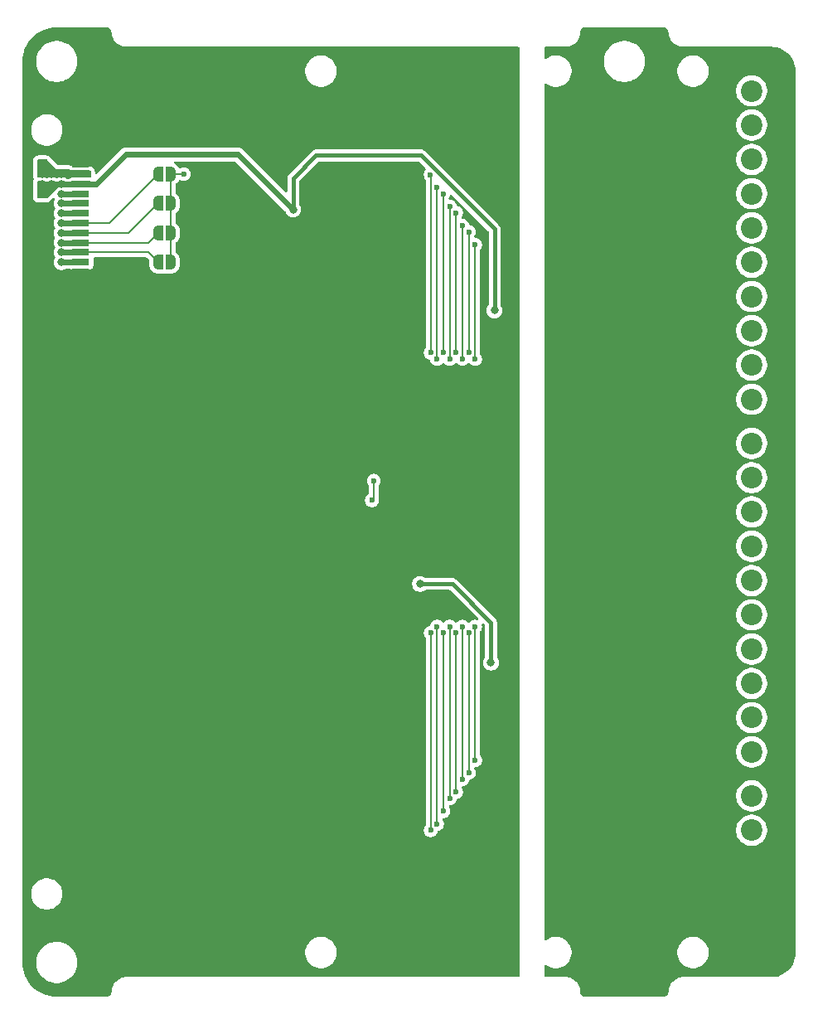
<source format=gbr>
%TF.GenerationSoftware,KiCad,Pcbnew,9.0.0*%
%TF.CreationDate,2025-03-09T11:05:24+03:00*%
%TF.ProjectId,PM_CNV-DI16_sink,504d5f43-4e56-42d4-9449-31365f73696e,rev?*%
%TF.SameCoordinates,Original*%
%TF.FileFunction,Copper,L2,Bot*%
%TF.FilePolarity,Positive*%
%FSLAX46Y46*%
G04 Gerber Fmt 4.6, Leading zero omitted, Abs format (unit mm)*
G04 Created by KiCad (PCBNEW 9.0.0) date 2025-03-09 11:05:24*
%MOMM*%
%LPD*%
G01*
G04 APERTURE LIST*
G04 Aperture macros list*
%AMFreePoly0*
4,1,23,0.500000,-0.750000,0.000000,-0.750000,0.000000,-0.745722,-0.065263,-0.745722,-0.191342,-0.711940,-0.304381,-0.646677,-0.396677,-0.554381,-0.461940,-0.441342,-0.495722,-0.315263,-0.495722,-0.250000,-0.500000,-0.250000,-0.500000,0.250000,-0.495722,0.250000,-0.495722,0.315263,-0.461940,0.441342,-0.396677,0.554381,-0.304381,0.646677,-0.191342,0.711940,-0.065263,0.745722,0.000000,0.745722,
0.000000,0.750000,0.500000,0.750000,0.500000,-0.750000,0.500000,-0.750000,$1*%
%AMFreePoly1*
4,1,23,0.000000,0.745722,0.065263,0.745722,0.191342,0.711940,0.304381,0.646677,0.396677,0.554381,0.461940,0.441342,0.495722,0.315263,0.495722,0.250000,0.500000,0.250000,0.500000,-0.250000,0.495722,-0.250000,0.495722,-0.315263,0.461940,-0.441342,0.396677,-0.554381,0.304381,-0.646677,0.191342,-0.711940,0.065263,-0.745722,0.000000,-0.745722,0.000000,-0.750000,-0.500000,-0.750000,
-0.500000,0.750000,0.000000,0.750000,0.000000,0.745722,0.000000,0.745722,$1*%
G04 Aperture macros list end*
%TA.AperFunction,ComponentPad*%
%ADD10C,2.200000*%
%TD*%
%TA.AperFunction,ComponentPad*%
%ADD11C,1.725000*%
%TD*%
%TA.AperFunction,ComponentPad*%
%ADD12O,6.350000X6.350000*%
%TD*%
%TA.AperFunction,SMDPad,CuDef*%
%ADD13FreePoly0,0.000000*%
%TD*%
%TA.AperFunction,SMDPad,CuDef*%
%ADD14FreePoly1,0.000000*%
%TD*%
%TA.AperFunction,SMDPad,CuDef*%
%ADD15R,1.803400X0.635000*%
%TD*%
%TA.AperFunction,SMDPad,CuDef*%
%ADD16R,2.997200X2.590800*%
%TD*%
%TA.AperFunction,ViaPad*%
%ADD17C,0.800000*%
%TD*%
%TA.AperFunction,ViaPad*%
%ADD18C,0.600000*%
%TD*%
%TA.AperFunction,Conductor*%
%ADD19C,0.600000*%
%TD*%
%TA.AperFunction,Conductor*%
%ADD20C,0.200000*%
%TD*%
%TA.AperFunction,Conductor*%
%ADD21C,0.400000*%
%TD*%
G04 APERTURE END LIST*
D10*
%TO.P,J6,1,Pin_1*%
%TO.N,/PE*%
X35000000Y-43000000D03*
%TO.P,J6,2,Pin_2*%
X35000000Y-39500000D03*
%TO.P,J6,3,Pin_3*%
X35000000Y-36000000D03*
%TO.P,J6,4,Pin_4*%
%TO.N,/GND_CNV*%
X35000000Y-32500000D03*
%TO.P,J6,5,Pin_5*%
X35000000Y-29000000D03*
%TD*%
D11*
%TO.P,U6,1*%
%TO.N,GND_MCU*%
X-35000000Y0D03*
%TD*%
D10*
%TO.P,J4,1,Pin_1*%
%TO.N,/b.7_in*%
X35000000Y-24500000D03*
%TO.P,J4,2,Pin_2*%
%TO.N,/b.6_in*%
X35000000Y-21000000D03*
%TO.P,J4,3,Pin_3*%
%TO.N,/b.5_in*%
X35000000Y-17500000D03*
%TO.P,J4,4,Pin_4*%
%TO.N,/b.4_in*%
X35000000Y-14000000D03*
%TO.P,J4,5,Pin_5*%
%TO.N,/b.3_in*%
X35000000Y-10500000D03*
%TO.P,J4,6,Pin_6*%
%TO.N,/b.2_in*%
X35000000Y-7000000D03*
%TO.P,J4,7,Pin_7*%
%TO.N,/b.1_in*%
X35000000Y-3500000D03*
%TO.P,J4,8,Pin_8*%
%TO.N,/b.0_in*%
X35000000Y0D03*
%TO.P,J4,9,Pin_9*%
%TO.N,/GND_CNV*%
X35000000Y3500000D03*
%TO.P,J4,10,Pin_10*%
X35000000Y7000000D03*
%TD*%
D12*
%TO.P,PE1,1*%
%TO.N,/PE*%
X22000000Y-46000000D03*
%TD*%
D10*
%TO.P,J3,1,Pin_1*%
%TO.N,/a.7_in*%
X35000000Y11500000D03*
%TO.P,J3,2,Pin_2*%
%TO.N,/a.6_in*%
X35000000Y15000000D03*
%TO.P,J3,3,Pin_3*%
%TO.N,/a.5_in*%
X35000000Y18500000D03*
%TO.P,J3,4,Pin_4*%
%TO.N,/a.4_in*%
X35000000Y22000000D03*
%TO.P,J3,5,Pin_5*%
%TO.N,/a.3_in*%
X35000000Y25500000D03*
%TO.P,J3,6,Pin_6*%
%TO.N,/a.2_in*%
X35000000Y29000000D03*
%TO.P,J3,7,Pin_7*%
%TO.N,/a.1_in*%
X35000000Y32500000D03*
%TO.P,J3,8,Pin_8*%
%TO.N,/a.0_in*%
X35000000Y36000000D03*
%TO.P,J3,9,Pin_9*%
%TO.N,/GND_CNV*%
X35000000Y39500000D03*
%TO.P,J3,10,Pin_10*%
X35000000Y43000000D03*
%TD*%
D13*
%TO.P,JP4,1,A*%
%TO.N,/CS3*%
X-25650000Y25500000D03*
D14*
%TO.P,JP4,2,B*%
%TO.N,/CS*%
X-24350000Y25500000D03*
%TD*%
D13*
%TO.P,JP3,1,A*%
%TO.N,/CS2*%
X-25650000Y28500000D03*
D14*
%TO.P,JP3,2,B*%
%TO.N,/CS*%
X-24350000Y28500000D03*
%TD*%
D15*
%TO.P,J11,1,Pin_1*%
%TO.N,GND_MCU*%
X-33556000Y35499992D03*
%TO.P,J11,2,Pin_2*%
%TO.N,+5V_MCU*%
X-33556000Y34499994D03*
%TO.P,J11,3,Pin_3*%
%TO.N,+3.3V_MCU*%
X-33556000Y33499996D03*
%TO.P,J11,4,Pin_4*%
%TO.N,/MOSI*%
X-33556000Y32499998D03*
%TO.P,J11,5,Pin_5*%
%TO.N,/MISO*%
X-33556000Y31500000D03*
%TO.P,J11,6,Pin_6*%
%TO.N,/SCK*%
X-33556000Y30500000D03*
%TO.P,J11,7,Pin_7*%
%TO.N,/CS0*%
X-33556000Y29500000D03*
%TO.P,J11,8,Pin_8*%
%TO.N,/CS1*%
X-33556000Y28500000D03*
%TO.P,J11,9,Pin_9*%
%TO.N,/CS2*%
X-33556000Y27500002D03*
%TO.P,J11,10,Pin_10*%
%TO.N,/CS3*%
X-33556000Y26500004D03*
%TO.P,J11,11,Pin_11*%
%TO.N,/INT*%
X-33556000Y25500006D03*
%TO.P,J11,12,Pin_11*%
%TO.N,GND_MCU*%
X-33556000Y24500008D03*
D16*
%TO.P,J11,13,Pin_11*%
X-31385999Y37850003D03*
X-31385999Y22149997D03*
%TD*%
D13*
%TO.P,JP2,1,A*%
%TO.N,/CS1*%
X-25650000Y31500000D03*
D14*
%TO.P,JP2,2,B*%
%TO.N,/CS*%
X-24350000Y31500000D03*
%TD*%
D13*
%TO.P,JP1,1,A*%
%TO.N,/CS0*%
X-25650000Y34500000D03*
D14*
%TO.P,JP1,2,B*%
%TO.N,/CS*%
X-24350000Y34500000D03*
%TD*%
D17*
%TO.N,/MOSI*%
X-35500000Y32500000D03*
D18*
%TO.N,/CS*%
X-23000000Y34500000D03*
D17*
%TO.N,/MISO*%
X-35500000Y31500000D03*
D18*
X-3800000Y1200000D03*
X-3600000Y3200000D03*
%TO.N,GND_MCU*%
X-34000000Y38500000D03*
X-31500000Y20000000D03*
X-31500000Y40000000D03*
X-30000000Y40000000D03*
X10950000Y20700000D03*
X-33000000Y20000000D03*
X-34000000Y37000000D03*
X800000Y2000000D03*
X-30000000Y20000000D03*
X10786526Y-14922499D03*
X-34000000Y21500000D03*
X-34000000Y23000000D03*
X-33000000Y40000000D03*
D17*
%TO.N,/SCK*%
X-35500000Y30500000D03*
D18*
%TO.N,/a.1*%
X2850000Y33150000D03*
X2850000Y15600000D03*
%TO.N,/a.3*%
X4150000Y31200000D03*
X4150000Y15600000D03*
%TO.N,/a.6*%
X6100000Y28600000D03*
X6100000Y16250000D03*
%TO.N,/a.5*%
X5450000Y15600000D03*
X5450000Y29250000D03*
%TO.N,/a.2*%
X3500000Y16250000D03*
X3500000Y32500000D03*
%TO.N,/a.4*%
X4800000Y30550000D03*
X4800000Y16250000D03*
%TO.N,/a.7*%
X6750000Y15600000D03*
X6750000Y27300000D03*
%TO.N,/b.3*%
X4800000Y-28600000D03*
X4800000Y-12350000D03*
%TO.N,/b.6*%
X2850000Y-11700000D03*
X2850000Y-31850000D03*
%TO.N,/b.4*%
X4150000Y-11700000D03*
X4150000Y-29250000D03*
%TO.N,/b.2*%
X5450000Y-27300000D03*
X5450000Y-11700000D03*
%TO.N,/b.5*%
X3500000Y-12350000D03*
X3500000Y-30550000D03*
%TO.N,/b.7*%
X2200000Y-32500000D03*
X2200000Y-12350000D03*
%TO.N,/a.0*%
X2192525Y34442525D03*
X2200000Y16250000D03*
%TO.N,/b.1*%
X6100000Y-12350000D03*
X6100000Y-26650000D03*
%TO.N,/b.0*%
X6750000Y-25350000D03*
X6750000Y-11700000D03*
D17*
%TO.N,/CS0*%
X-35500000Y29500000D03*
%TO.N,/CS1*%
X-35500000Y28500000D03*
%TO.N,/CS3*%
X-35500000Y26500000D03*
%TO.N,/CS2*%
X-35500000Y27500000D03*
%TO.N,+3.3V_MCU*%
X-35500000Y33500000D03*
X1110000Y-7352600D03*
X-37500000Y33500000D03*
X8374000Y-15398800D03*
X8714355Y20572500D03*
X-36500000Y33500000D03*
X-37500000Y32500000D03*
X-11851500Y30883000D03*
%TO.N,/INT*%
X-35500000Y25500000D03*
%TO.N,+5V_MCU*%
X-36500000Y34500000D03*
X-35500000Y34500000D03*
X-37500000Y35500000D03*
X-37500000Y34500000D03*
%TD*%
D19*
%TO.N,/MOSI*%
X-35500000Y32500000D02*
X-33556002Y32500000D01*
X-33556002Y32500000D02*
X-33556000Y32499998D01*
D20*
%TO.N,/CS*%
X-23000000Y34500000D02*
X-24350000Y34500000D01*
X-24350000Y28500000D02*
X-24350000Y25500000D01*
X-24350000Y31500000D02*
X-24350000Y28500000D01*
X-24350000Y34500000D02*
X-24350000Y31500000D01*
D19*
%TO.N,/MISO*%
X-35500000Y31500000D02*
X-33556000Y31500000D01*
D20*
X-3600000Y3200000D02*
X-3600000Y1400000D01*
X-3600000Y1400000D02*
X-3800000Y1200000D01*
D19*
%TO.N,/SCK*%
X-35500000Y30500000D02*
X-33556000Y30500000D01*
D20*
%TO.N,/a.1*%
X2850000Y15600000D02*
X2850000Y33150000D01*
%TO.N,/a.3*%
X4150000Y15600000D02*
X4150000Y31200000D01*
%TO.N,/a.6*%
X6100000Y16250000D02*
X6100000Y28600000D01*
%TO.N,/a.5*%
X5450000Y15600000D02*
X5450000Y29250000D01*
%TO.N,/a.2*%
X3500000Y16250000D02*
X3500000Y32500000D01*
%TO.N,/a.4*%
X4800000Y16250000D02*
X4800000Y30550000D01*
%TO.N,/a.7*%
X6750000Y15600000D02*
X6750000Y27300000D01*
%TO.N,/b.3*%
X4800000Y-12350000D02*
X4800000Y-28600000D01*
%TO.N,/b.6*%
X2850000Y-11700000D02*
X2850000Y-31850000D01*
%TO.N,/b.4*%
X4150000Y-11700000D02*
X4150000Y-29250000D01*
%TO.N,/b.2*%
X5450000Y-11700000D02*
X5450000Y-27300000D01*
%TO.N,/b.5*%
X3500000Y-12350000D02*
X3500000Y-30550000D01*
%TO.N,/b.7*%
X2200000Y-12350000D02*
X2200000Y-32500000D01*
%TO.N,/a.0*%
X2200000Y34435050D02*
X2192525Y34442525D01*
X2200000Y16250000D02*
X2200000Y34435050D01*
%TO.N,/b.1*%
X6100000Y-12350000D02*
X6100000Y-26650000D01*
%TO.N,/b.0*%
X6750000Y-11700000D02*
X6750000Y-25350000D01*
D19*
%TO.N,/CS0*%
X-35500000Y29500000D02*
X-33556000Y29500000D01*
D20*
X-25650000Y34500000D02*
X-30650000Y29500000D01*
X-30650000Y29500000D02*
X-33556000Y29500000D01*
%TO.N,/CS1*%
X-25650000Y31500000D02*
X-28650000Y28500000D01*
D19*
X-35500000Y28500000D02*
X-33556000Y28500000D01*
D20*
X-28650000Y28500000D02*
X-33556000Y28500000D01*
%TO.N,/CS3*%
X-25650000Y25500000D02*
X-26650004Y26500004D01*
X-26650004Y26500004D02*
X-33556000Y26500004D01*
D19*
X-33556004Y26500000D02*
X-33556000Y26500004D01*
X-35500000Y26500000D02*
X-33556004Y26500000D01*
D20*
%TO.N,/CS2*%
X-25650000Y28500000D02*
X-26649998Y27500002D01*
D19*
X-35500000Y27500000D02*
X-33556002Y27500000D01*
D20*
X-26649998Y27500002D02*
X-33556000Y27500002D01*
D19*
X-33556002Y27500000D02*
X-33556000Y27500002D01*
D21*
%TO.N,+3.3V_MCU*%
X8714355Y20572500D02*
X8730000Y20588145D01*
D19*
X-28942002Y36500000D02*
X-17468500Y36500000D01*
D21*
X4425500Y-7352600D02*
X8374000Y-11301100D01*
D19*
X-17468500Y36500000D02*
X-11851500Y30883000D01*
D21*
X-11851500Y34048500D02*
X-11851500Y30883000D01*
D19*
X-31942006Y33499996D02*
X-28942002Y36500000D01*
X-33556000Y33499996D02*
X-31942006Y33499996D01*
D21*
X1225000Y36400000D02*
X-9500000Y36400000D01*
X8374000Y-11301100D02*
X8374000Y-15398800D01*
D19*
X-33556004Y33500000D02*
X-33556000Y33499996D01*
D21*
X-9500000Y36400000D02*
X-11851500Y34048500D01*
X8730000Y20588145D02*
X8730000Y28895000D01*
X1110000Y-7352600D02*
X4425500Y-7352600D01*
X8730000Y28895000D02*
X1225000Y36400000D01*
D19*
%TO.N,/INT*%
X-35500000Y25500000D02*
X-33556006Y25500000D01*
X-33556006Y25500000D02*
X-33556000Y25500006D01*
%TO.N,+5V_MCU*%
X-33556006Y34500000D02*
X-33556000Y34499994D01*
%TD*%
%TA.AperFunction,Conductor*%
%TO.N,+5V_MCU*%
G36*
X-36984323Y35980315D02*
G01*
X-36963681Y35963681D01*
X-36000000Y35000000D01*
X-34751541Y35000000D01*
X-34684502Y34980315D01*
X-34663860Y34963681D01*
X-34630465Y34930286D01*
X-34527691Y34884907D01*
X-34502565Y34881992D01*
X-32624000Y34881993D01*
X-32556961Y34862308D01*
X-32511206Y34809505D01*
X-32500000Y34757993D01*
X-32500000Y34241996D01*
X-32519685Y34174957D01*
X-32572489Y34129202D01*
X-32624000Y34117996D01*
X-34502557Y34117996D01*
X-34502583Y34117994D01*
X-34527688Y34115083D01*
X-34527692Y34115081D01*
X-34630465Y34069703D01*
X-34630466Y34069702D01*
X-34663848Y34036319D01*
X-34690776Y34021616D01*
X-34716594Y34005023D01*
X-34722795Y34004132D01*
X-34725171Y34002834D01*
X-34751529Y34000000D01*
X-34957981Y34000000D01*
X-35025020Y34019685D01*
X-35045662Y34036319D01*
X-35053455Y34044112D01*
X-35053459Y34044115D01*
X-35168183Y34120772D01*
X-35168196Y34120779D01*
X-35295668Y34173579D01*
X-35295678Y34173582D01*
X-35431005Y34200500D01*
X-35431007Y34200500D01*
X-35568993Y34200500D01*
X-35568995Y34200500D01*
X-35704323Y34173582D01*
X-35704333Y34173579D01*
X-35831805Y34120779D01*
X-35831818Y34120772D01*
X-35931109Y34054427D01*
X-35997787Y34033549D01*
X-36065167Y34052034D01*
X-36068891Y34054427D01*
X-36168183Y34120772D01*
X-36168196Y34120779D01*
X-36295668Y34173579D01*
X-36295678Y34173582D01*
X-36431005Y34200500D01*
X-36431007Y34200500D01*
X-36568993Y34200500D01*
X-36568995Y34200500D01*
X-36704323Y34173582D01*
X-36704333Y34173579D01*
X-36831805Y34120779D01*
X-36831818Y34120772D01*
X-36931109Y34054427D01*
X-36997787Y34033549D01*
X-37065167Y34052034D01*
X-37068891Y34054427D01*
X-37168183Y34120772D01*
X-37168196Y34120779D01*
X-37295668Y34173579D01*
X-37295678Y34173582D01*
X-37431005Y34200500D01*
X-37431007Y34200500D01*
X-37568993Y34200500D01*
X-37568995Y34200500D01*
X-37704323Y34173582D01*
X-37704333Y34173579D01*
X-37828548Y34122128D01*
X-37898018Y34114659D01*
X-37960497Y34145935D01*
X-37996149Y34206024D01*
X-38000000Y34236689D01*
X-38000000Y35876000D01*
X-37980315Y35943039D01*
X-37927511Y35988794D01*
X-37876000Y36000000D01*
X-37051362Y36000000D01*
X-36984323Y35980315D01*
G37*
%TD.AperFunction*%
%TD*%
%TA.AperFunction,Conductor*%
%TO.N,GND_MCU*%
G36*
X-30893078Y49498720D02*
G01*
X-30802734Y49488541D01*
X-30775669Y49482364D01*
X-30696460Y49454648D01*
X-30671447Y49442602D01*
X-30600394Y49397957D01*
X-30578687Y49380645D01*
X-30519356Y49321314D01*
X-30502043Y49299605D01*
X-30457400Y49228556D01*
X-30445352Y49203538D01*
X-30417638Y49124334D01*
X-30411460Y49097265D01*
X-30401280Y49006924D01*
X-30400500Y48993039D01*
X-30400500Y48892683D01*
X-30369956Y48680236D01*
X-30369953Y48680226D01*
X-30309483Y48474285D01*
X-30220328Y48279062D01*
X-30220321Y48279049D01*
X-30185314Y48224577D01*
X-30105575Y48100500D01*
X-30104280Y48098486D01*
X-29963725Y47936276D01*
X-29839723Y47828828D01*
X-29801513Y47795719D01*
X-29730755Y47750246D01*
X-29620952Y47679680D01*
X-29620939Y47679673D01*
X-29425716Y47590518D01*
X-29425712Y47590517D01*
X-29425710Y47590516D01*
X-29219769Y47530046D01*
X-29219768Y47530046D01*
X-29219765Y47530045D01*
X-29156416Y47520938D01*
X-29007318Y47499500D01*
X-29007317Y47499500D01*
X11146000Y47499500D01*
X11213039Y47479815D01*
X11258794Y47427011D01*
X11270000Y47375500D01*
X11270000Y-47375500D01*
X11250315Y-47442539D01*
X11197511Y-47488294D01*
X11146000Y-47499500D01*
X-29007318Y-47499500D01*
X-29219765Y-47530044D01*
X-29219775Y-47530047D01*
X-29425716Y-47590517D01*
X-29620939Y-47679672D01*
X-29620952Y-47679679D01*
X-29801515Y-47795720D01*
X-29963725Y-47936275D01*
X-30104280Y-48098485D01*
X-30220321Y-48279048D01*
X-30220328Y-48279061D01*
X-30309483Y-48474284D01*
X-30369953Y-48680225D01*
X-30369956Y-48680235D01*
X-30400500Y-48892682D01*
X-30400500Y-48993038D01*
X-30401280Y-49006923D01*
X-30411460Y-49097264D01*
X-30417638Y-49124333D01*
X-30445352Y-49203537D01*
X-30457400Y-49228555D01*
X-30502043Y-49299604D01*
X-30519356Y-49321313D01*
X-30578687Y-49380644D01*
X-30600396Y-49397957D01*
X-30671445Y-49442600D01*
X-30696463Y-49454648D01*
X-30775667Y-49482362D01*
X-30802736Y-49488540D01*
X-30882925Y-49497576D01*
X-30893079Y-49498720D01*
X-30906962Y-49499500D01*
X-35996949Y-49499500D01*
X-36003032Y-49499351D01*
X-36023100Y-49498365D01*
X-36336929Y-49482947D01*
X-36349038Y-49481754D01*
X-36676695Y-49433151D01*
X-36688631Y-49430777D01*
X-37009945Y-49350292D01*
X-37021589Y-49346759D01*
X-37333460Y-49235170D01*
X-37344699Y-49230515D01*
X-37644156Y-49088883D01*
X-37654879Y-49083150D01*
X-37938989Y-48912862D01*
X-37949107Y-48906102D01*
X-38215171Y-48708775D01*
X-38224577Y-48701055D01*
X-38325620Y-48609475D01*
X-38470014Y-48478604D01*
X-38478605Y-48470013D01*
X-38701056Y-48224576D01*
X-38708776Y-48215170D01*
X-38819488Y-48065892D01*
X-38906105Y-47949103D01*
X-38912863Y-47938988D01*
X-39083156Y-47654871D01*
X-39088880Y-47644163D01*
X-39230521Y-47344688D01*
X-39235171Y-47333459D01*
X-39346760Y-47021588D01*
X-39350293Y-47009944D01*
X-39359042Y-46975015D01*
X-39430781Y-46688617D01*
X-39433152Y-46676694D01*
X-39481755Y-46349037D01*
X-39482948Y-46336927D01*
X-39499351Y-46003032D01*
X-39499500Y-45996948D01*
X-39499500Y-45862332D01*
X-38100500Y-45862332D01*
X-38100500Y-46137667D01*
X-38100499Y-46137684D01*
X-38064562Y-46410655D01*
X-38064561Y-46410660D01*
X-38064560Y-46410666D01*
X-38028928Y-46543649D01*
X-37993296Y-46676630D01*
X-37887925Y-46931017D01*
X-37887920Y-46931028D01*
X-37835634Y-47021588D01*
X-37750249Y-47169479D01*
X-37750247Y-47169482D01*
X-37750246Y-47169483D01*
X-37582630Y-47387926D01*
X-37582624Y-47387933D01*
X-37387934Y-47582623D01*
X-37387928Y-47582628D01*
X-37169479Y-47750249D01*
X-37016222Y-47838732D01*
X-36931029Y-47887919D01*
X-36931024Y-47887921D01*
X-36931021Y-47887923D01*
X-36676632Y-47993295D01*
X-36410666Y-48064560D01*
X-36137674Y-48100500D01*
X-36137667Y-48100500D01*
X-35862333Y-48100500D01*
X-35862326Y-48100500D01*
X-35589334Y-48064560D01*
X-35323368Y-47993295D01*
X-35068979Y-47887923D01*
X-34830521Y-47750249D01*
X-34612072Y-47582628D01*
X-34417372Y-47387928D01*
X-34249751Y-47169479D01*
X-34112077Y-46931021D01*
X-34006705Y-46676632D01*
X-33935440Y-46410666D01*
X-33899500Y-46137674D01*
X-33899500Y-45862326D01*
X-33935440Y-45589334D01*
X-34006705Y-45323368D01*
X-34112077Y-45068979D01*
X-34224626Y-44874038D01*
X-10600500Y-44874038D01*
X-10600500Y-45125961D01*
X-10561090Y-45374785D01*
X-10483240Y-45614383D01*
X-10368868Y-45838848D01*
X-10220799Y-46042649D01*
X-10220795Y-46042654D01*
X-10042655Y-46220794D01*
X-10042650Y-46220798D01*
X-9882811Y-46336927D01*
X-9838845Y-46368870D01*
X-9695816Y-46441747D01*
X-9614384Y-46483239D01*
X-9614382Y-46483239D01*
X-9614379Y-46483241D01*
X-9374785Y-46561090D01*
X-9125962Y-46600500D01*
X-9125961Y-46600500D01*
X-8874039Y-46600500D01*
X-8874038Y-46600500D01*
X-8625215Y-46561090D01*
X-8385621Y-46483241D01*
X-8161155Y-46368870D01*
X-7957344Y-46220793D01*
X-7779207Y-46042656D01*
X-7631130Y-45838845D01*
X-7516759Y-45614379D01*
X-7438910Y-45374785D01*
X-7399500Y-45125962D01*
X-7399500Y-44874038D01*
X-7438910Y-44625215D01*
X-7516759Y-44385621D01*
X-7516761Y-44385618D01*
X-7516761Y-44385616D01*
X-7585987Y-44249754D01*
X-7631130Y-44161155D01*
X-7743344Y-44006705D01*
X-7779202Y-43957350D01*
X-7779206Y-43957345D01*
X-7957346Y-43779205D01*
X-7957351Y-43779201D01*
X-8161152Y-43631132D01*
X-8161153Y-43631131D01*
X-8161155Y-43631130D01*
X-8231253Y-43595413D01*
X-8385617Y-43516760D01*
X-8625215Y-43438910D01*
X-8874038Y-43399500D01*
X-9125962Y-43399500D01*
X-9250374Y-43419205D01*
X-9374786Y-43438910D01*
X-9614384Y-43516760D01*
X-9838849Y-43631132D01*
X-10042650Y-43779201D01*
X-10042655Y-43779205D01*
X-10220795Y-43957345D01*
X-10220799Y-43957350D01*
X-10368868Y-44161151D01*
X-10483240Y-44385616D01*
X-10561090Y-44625214D01*
X-10600500Y-44874038D01*
X-34224626Y-44874038D01*
X-34249751Y-44830521D01*
X-34417372Y-44612072D01*
X-34417377Y-44612066D01*
X-34612067Y-44417376D01*
X-34612074Y-44417370D01*
X-34830517Y-44249754D01*
X-34830518Y-44249753D01*
X-34830521Y-44249751D01*
X-34925593Y-44194861D01*
X-35068972Y-44112080D01*
X-35068983Y-44112075D01*
X-35323370Y-44006704D01*
X-35456351Y-43971072D01*
X-35589334Y-43935440D01*
X-35589340Y-43935439D01*
X-35589345Y-43935438D01*
X-35862316Y-43899501D01*
X-35862321Y-43899500D01*
X-35862326Y-43899500D01*
X-36137674Y-43899500D01*
X-36137680Y-43899500D01*
X-36137685Y-43899501D01*
X-36410656Y-43935438D01*
X-36410663Y-43935439D01*
X-36410666Y-43935440D01*
X-36466875Y-43950500D01*
X-36676631Y-44006704D01*
X-36931018Y-44112075D01*
X-36931029Y-44112080D01*
X-37169484Y-44249754D01*
X-37387927Y-44417370D01*
X-37387934Y-44417376D01*
X-37582624Y-44612066D01*
X-37582630Y-44612073D01*
X-37750246Y-44830516D01*
X-37887920Y-45068971D01*
X-37887925Y-45068982D01*
X-37993296Y-45323369D01*
X-38064559Y-45589331D01*
X-38064562Y-45589344D01*
X-38100499Y-45862315D01*
X-38100500Y-45862332D01*
X-39499500Y-45862332D01*
X-39499500Y-38874038D01*
X-38600500Y-38874038D01*
X-38600500Y-39125961D01*
X-38561090Y-39374785D01*
X-38483240Y-39614383D01*
X-38368868Y-39838848D01*
X-38220799Y-40042649D01*
X-38220795Y-40042654D01*
X-38042655Y-40220794D01*
X-38042650Y-40220798D01*
X-37864883Y-40349952D01*
X-37838845Y-40368870D01*
X-37695816Y-40441747D01*
X-37614384Y-40483239D01*
X-37614382Y-40483239D01*
X-37614379Y-40483241D01*
X-37374785Y-40561090D01*
X-37125962Y-40600500D01*
X-37125961Y-40600500D01*
X-36874039Y-40600500D01*
X-36874038Y-40600500D01*
X-36625215Y-40561090D01*
X-36385621Y-40483241D01*
X-36161155Y-40368870D01*
X-35957344Y-40220793D01*
X-35779207Y-40042656D01*
X-35631130Y-39838845D01*
X-35516759Y-39614379D01*
X-35438910Y-39374785D01*
X-35399500Y-39125962D01*
X-35399500Y-38874038D01*
X-35438910Y-38625215D01*
X-35516759Y-38385621D01*
X-35516761Y-38385618D01*
X-35516761Y-38385616D01*
X-35558253Y-38304184D01*
X-35631130Y-38161155D01*
X-35650048Y-38135117D01*
X-35779202Y-37957350D01*
X-35779206Y-37957345D01*
X-35957346Y-37779205D01*
X-35957351Y-37779201D01*
X-36161152Y-37631132D01*
X-36161153Y-37631131D01*
X-36161155Y-37631130D01*
X-36231253Y-37595413D01*
X-36385617Y-37516760D01*
X-36625215Y-37438910D01*
X-36874038Y-37399500D01*
X-37125962Y-37399500D01*
X-37250374Y-37419205D01*
X-37374786Y-37438910D01*
X-37614384Y-37516760D01*
X-37838849Y-37631132D01*
X-38042650Y-37779201D01*
X-38042655Y-37779205D01*
X-38220795Y-37957345D01*
X-38220799Y-37957350D01*
X-38368868Y-38161151D01*
X-38483240Y-38385616D01*
X-38561090Y-38625214D01*
X-38600500Y-38874038D01*
X-39499500Y-38874038D01*
X-39499500Y-7273753D01*
X309500Y-7273753D01*
X309500Y-7431446D01*
X340261Y-7586089D01*
X340264Y-7586101D01*
X400602Y-7731772D01*
X400609Y-7731785D01*
X488210Y-7862888D01*
X488213Y-7862892D01*
X599707Y-7974386D01*
X599711Y-7974389D01*
X730814Y-8061990D01*
X730827Y-8061997D01*
X876498Y-8122335D01*
X876503Y-8122337D01*
X1031153Y-8153099D01*
X1031156Y-8153100D01*
X1031158Y-8153100D01*
X1188844Y-8153100D01*
X1188845Y-8153099D01*
X1343497Y-8122337D01*
X1489179Y-8061994D01*
X1489185Y-8061990D01*
X1620875Y-7973998D01*
X1687553Y-7953120D01*
X1689766Y-7953100D01*
X4125403Y-7953100D01*
X4192442Y-7972785D01*
X4213084Y-7989419D01*
X7034476Y-10810811D01*
X7067961Y-10872134D01*
X7062977Y-10941826D01*
X7021105Y-10997759D01*
X6955641Y-11022176D01*
X6922604Y-11020109D01*
X6818996Y-10999500D01*
X6818993Y-10999500D01*
X6681007Y-10999500D01*
X6681005Y-10999500D01*
X6545677Y-11026418D01*
X6545667Y-11026421D01*
X6418195Y-11079221D01*
X6418182Y-11079228D01*
X6303460Y-11155884D01*
X6303456Y-11155887D01*
X6205888Y-11253454D01*
X6205885Y-11253458D01*
X6203102Y-11257624D01*
X6149490Y-11302429D01*
X6080165Y-11311136D01*
X6017137Y-11280981D01*
X5996898Y-11257624D01*
X5994114Y-11253458D01*
X5994111Y-11253454D01*
X5896544Y-11155887D01*
X5896540Y-11155884D01*
X5781817Y-11079228D01*
X5781804Y-11079221D01*
X5654332Y-11026421D01*
X5654322Y-11026418D01*
X5518995Y-10999500D01*
X5518993Y-10999500D01*
X5381007Y-10999500D01*
X5381005Y-10999500D01*
X5245677Y-11026418D01*
X5245667Y-11026421D01*
X5118195Y-11079221D01*
X5118182Y-11079228D01*
X5003460Y-11155884D01*
X5003456Y-11155887D01*
X4905888Y-11253454D01*
X4905885Y-11253458D01*
X4903102Y-11257624D01*
X4849490Y-11302429D01*
X4780165Y-11311136D01*
X4717137Y-11280981D01*
X4696898Y-11257624D01*
X4694114Y-11253458D01*
X4694111Y-11253454D01*
X4596544Y-11155887D01*
X4596540Y-11155884D01*
X4481817Y-11079228D01*
X4481804Y-11079221D01*
X4354332Y-11026421D01*
X4354322Y-11026418D01*
X4218995Y-10999500D01*
X4218993Y-10999500D01*
X4081007Y-10999500D01*
X4081005Y-10999500D01*
X3945677Y-11026418D01*
X3945667Y-11026421D01*
X3818195Y-11079221D01*
X3818182Y-11079228D01*
X3703460Y-11155884D01*
X3703456Y-11155887D01*
X3605888Y-11253454D01*
X3605885Y-11253458D01*
X3603102Y-11257624D01*
X3549490Y-11302429D01*
X3480165Y-11311136D01*
X3417137Y-11280981D01*
X3396898Y-11257624D01*
X3394114Y-11253458D01*
X3394111Y-11253454D01*
X3296544Y-11155887D01*
X3296540Y-11155884D01*
X3181817Y-11079228D01*
X3181804Y-11079221D01*
X3054332Y-11026421D01*
X3054322Y-11026418D01*
X2918995Y-10999500D01*
X2918993Y-10999500D01*
X2781007Y-10999500D01*
X2781005Y-10999500D01*
X2645677Y-11026418D01*
X2645667Y-11026421D01*
X2518195Y-11079221D01*
X2518182Y-11079228D01*
X2403460Y-11155884D01*
X2403456Y-11155887D01*
X2305888Y-11253454D01*
X2305885Y-11253458D01*
X2229228Y-11368182D01*
X2229221Y-11368195D01*
X2176421Y-11495667D01*
X2176418Y-11495677D01*
X2162595Y-11565170D01*
X2130210Y-11627081D01*
X2069494Y-11661655D01*
X2065170Y-11662595D01*
X1995677Y-11676418D01*
X1995667Y-11676421D01*
X1868195Y-11729221D01*
X1868182Y-11729228D01*
X1753458Y-11805885D01*
X1753454Y-11805888D01*
X1655888Y-11903454D01*
X1655885Y-11903458D01*
X1579228Y-12018182D01*
X1579221Y-12018195D01*
X1526421Y-12145667D01*
X1526418Y-12145677D01*
X1499500Y-12281004D01*
X1499500Y-12281007D01*
X1499500Y-12418993D01*
X1499500Y-12418995D01*
X1499499Y-12418995D01*
X1526418Y-12554322D01*
X1526421Y-12554332D01*
X1579221Y-12681804D01*
X1579228Y-12681817D01*
X1655885Y-12796541D01*
X1663177Y-12803833D01*
X1696665Y-12865155D01*
X1699500Y-12891518D01*
X1699500Y-31958481D01*
X1679815Y-32025520D01*
X1663181Y-32046162D01*
X1655888Y-32053454D01*
X1655885Y-32053458D01*
X1579228Y-32168182D01*
X1579221Y-32168195D01*
X1526421Y-32295667D01*
X1526418Y-32295677D01*
X1499500Y-32431004D01*
X1499500Y-32431007D01*
X1499500Y-32568993D01*
X1499500Y-32568995D01*
X1499499Y-32568995D01*
X1526418Y-32704322D01*
X1526421Y-32704332D01*
X1579221Y-32831804D01*
X1579228Y-32831817D01*
X1655885Y-32946541D01*
X1655888Y-32946545D01*
X1753454Y-33044111D01*
X1753458Y-33044114D01*
X1868182Y-33120771D01*
X1868195Y-33120778D01*
X1995667Y-33173578D01*
X1995672Y-33173580D01*
X1995676Y-33173580D01*
X1995677Y-33173581D01*
X2131004Y-33200500D01*
X2131007Y-33200500D01*
X2268995Y-33200500D01*
X2360041Y-33182389D01*
X2404328Y-33173580D01*
X2531811Y-33120775D01*
X2646542Y-33044114D01*
X2744114Y-32946542D01*
X2820775Y-32831811D01*
X2873580Y-32704328D01*
X2887404Y-32634828D01*
X2919788Y-32572919D01*
X2980504Y-32538345D01*
X2984782Y-32537413D01*
X3054328Y-32523580D01*
X3181811Y-32470775D01*
X3296542Y-32394114D01*
X3394114Y-32296542D01*
X3470775Y-32181811D01*
X3523580Y-32054328D01*
X3532428Y-32009844D01*
X3550500Y-31918995D01*
X3550500Y-31781004D01*
X3523581Y-31645677D01*
X3523580Y-31645676D01*
X3523580Y-31645672D01*
X3523578Y-31645667D01*
X3470778Y-31518195D01*
X3470771Y-31518182D01*
X3420797Y-31443391D01*
X3399919Y-31376714D01*
X3418403Y-31309333D01*
X3470382Y-31262643D01*
X3523899Y-31250500D01*
X3568995Y-31250500D01*
X3660041Y-31232389D01*
X3704328Y-31223580D01*
X3831811Y-31170775D01*
X3946542Y-31094114D01*
X4044114Y-30996542D01*
X4120775Y-30881811D01*
X4173580Y-30754328D01*
X4200500Y-30618993D01*
X4200500Y-30481007D01*
X4200500Y-30481004D01*
X4173581Y-30345677D01*
X4173580Y-30345676D01*
X4173580Y-30345672D01*
X4173578Y-30345667D01*
X4120778Y-30218195D01*
X4120771Y-30218182D01*
X4070797Y-30143391D01*
X4049919Y-30076714D01*
X4068403Y-30009333D01*
X4120382Y-29962643D01*
X4173899Y-29950500D01*
X4218995Y-29950500D01*
X4310041Y-29932389D01*
X4354328Y-29923580D01*
X4481811Y-29870775D01*
X4596542Y-29794114D01*
X4694114Y-29696542D01*
X4770775Y-29581811D01*
X4823580Y-29454328D01*
X4837404Y-29384828D01*
X4869788Y-29322919D01*
X4930504Y-29288345D01*
X4934782Y-29287413D01*
X5004328Y-29273580D01*
X5131811Y-29220775D01*
X5246542Y-29144114D01*
X5344114Y-29046542D01*
X5420775Y-28931811D01*
X5473580Y-28804328D01*
X5500500Y-28668993D01*
X5500500Y-28531007D01*
X5500500Y-28531004D01*
X5473581Y-28395677D01*
X5473580Y-28395676D01*
X5473580Y-28395672D01*
X5473578Y-28395667D01*
X5420778Y-28268195D01*
X5420771Y-28268182D01*
X5370797Y-28193391D01*
X5349919Y-28126714D01*
X5368403Y-28059333D01*
X5420382Y-28012643D01*
X5473899Y-28000500D01*
X5518995Y-28000500D01*
X5610041Y-27982389D01*
X5654328Y-27973580D01*
X5781811Y-27920775D01*
X5896542Y-27844114D01*
X5994114Y-27746542D01*
X6070775Y-27631811D01*
X6123580Y-27504328D01*
X6137404Y-27434828D01*
X6169788Y-27372919D01*
X6230504Y-27338345D01*
X6234782Y-27337413D01*
X6304328Y-27323580D01*
X6431811Y-27270775D01*
X6546542Y-27194114D01*
X6644114Y-27096542D01*
X6720775Y-26981811D01*
X6773580Y-26854328D01*
X6800500Y-26718993D01*
X6800500Y-26581007D01*
X6800500Y-26581004D01*
X6773581Y-26445677D01*
X6773580Y-26445676D01*
X6773580Y-26445672D01*
X6773578Y-26445667D01*
X6720778Y-26318195D01*
X6720771Y-26318182D01*
X6670797Y-26243391D01*
X6649919Y-26176714D01*
X6668403Y-26109333D01*
X6720382Y-26062643D01*
X6773899Y-26050500D01*
X6818995Y-26050500D01*
X6910041Y-26032389D01*
X6954328Y-26023580D01*
X7081811Y-25970775D01*
X7196542Y-25894114D01*
X7294114Y-25796542D01*
X7370775Y-25681811D01*
X7423580Y-25554328D01*
X7450500Y-25418993D01*
X7450500Y-25281007D01*
X7450500Y-25281004D01*
X7423581Y-25145677D01*
X7423580Y-25145676D01*
X7423580Y-25145672D01*
X7423578Y-25145667D01*
X7370778Y-25018195D01*
X7370771Y-25018182D01*
X7294114Y-24903458D01*
X7294111Y-24903454D01*
X7286819Y-24896162D01*
X7253334Y-24834839D01*
X7250500Y-24808481D01*
X7250500Y-12241518D01*
X7270185Y-12174479D01*
X7286823Y-12153833D01*
X7294114Y-12146542D01*
X7370775Y-12031811D01*
X7423580Y-11904328D01*
X7443161Y-11805888D01*
X7450500Y-11768995D01*
X7450500Y-11631004D01*
X7429890Y-11527396D01*
X7436117Y-11457805D01*
X7478979Y-11402627D01*
X7544869Y-11379382D01*
X7612866Y-11395449D01*
X7639188Y-11415523D01*
X7737181Y-11513516D01*
X7770666Y-11574839D01*
X7773500Y-11601197D01*
X7773500Y-14819034D01*
X7753815Y-14886073D01*
X7752602Y-14887925D01*
X7664609Y-15019614D01*
X7664602Y-15019627D01*
X7604264Y-15165298D01*
X7604261Y-15165310D01*
X7573500Y-15319953D01*
X7573500Y-15477646D01*
X7604261Y-15632289D01*
X7604264Y-15632301D01*
X7664602Y-15777972D01*
X7664609Y-15777985D01*
X7752210Y-15909088D01*
X7752213Y-15909092D01*
X7863707Y-16020586D01*
X7863711Y-16020589D01*
X7994814Y-16108190D01*
X7994827Y-16108197D01*
X8140498Y-16168535D01*
X8140503Y-16168537D01*
X8295153Y-16199299D01*
X8295156Y-16199300D01*
X8295158Y-16199300D01*
X8452844Y-16199300D01*
X8452845Y-16199299D01*
X8607497Y-16168537D01*
X8753179Y-16108194D01*
X8884289Y-16020589D01*
X8995789Y-15909089D01*
X9083394Y-15777979D01*
X9143737Y-15632297D01*
X9174500Y-15477642D01*
X9174500Y-15319958D01*
X9174500Y-15319955D01*
X9174499Y-15319953D01*
X9143738Y-15165310D01*
X9143737Y-15165303D01*
X9143735Y-15165298D01*
X9083397Y-15019627D01*
X9083390Y-15019614D01*
X8995398Y-14887925D01*
X8974520Y-14821247D01*
X8974500Y-14819034D01*
X8974500Y-11222046D01*
X8974499Y-11222039D01*
X8956774Y-11155886D01*
X8933577Y-11069315D01*
X8893269Y-10999500D01*
X8854520Y-10932384D01*
X8742716Y-10820580D01*
X8742715Y-10820579D01*
X8738385Y-10816249D01*
X8738374Y-10816239D01*
X4913090Y-6990955D01*
X4913088Y-6990952D01*
X4794217Y-6872081D01*
X4794216Y-6872080D01*
X4707404Y-6821960D01*
X4707404Y-6821959D01*
X4707400Y-6821958D01*
X4657285Y-6793023D01*
X4504557Y-6752099D01*
X4346443Y-6752099D01*
X4338847Y-6752099D01*
X4338831Y-6752100D01*
X1689766Y-6752100D01*
X1622727Y-6732415D01*
X1620875Y-6731202D01*
X1489185Y-6643209D01*
X1489172Y-6643202D01*
X1343501Y-6582864D01*
X1343489Y-6582861D01*
X1188845Y-6552100D01*
X1188842Y-6552100D01*
X1031158Y-6552100D01*
X1031155Y-6552100D01*
X876510Y-6582861D01*
X876498Y-6582864D01*
X730827Y-6643202D01*
X730814Y-6643209D01*
X599711Y-6730810D01*
X599707Y-6730813D01*
X488213Y-6842307D01*
X488210Y-6842311D01*
X400609Y-6973414D01*
X400602Y-6973427D01*
X340264Y-7119098D01*
X340261Y-7119110D01*
X309500Y-7273753D01*
X-39499500Y-7273753D01*
X-39499500Y1131005D01*
X-4500501Y1131005D01*
X-4473582Y995678D01*
X-4473579Y995668D01*
X-4420779Y868196D01*
X-4420772Y868183D01*
X-4344115Y753459D01*
X-4344112Y753455D01*
X-4246546Y655889D01*
X-4246542Y655886D01*
X-4131818Y579229D01*
X-4131805Y579222D01*
X-4004333Y526422D01*
X-4004328Y526420D01*
X-4004324Y526420D01*
X-4004323Y526419D01*
X-3868996Y499500D01*
X-3868993Y499500D01*
X-3731005Y499500D01*
X-3639959Y517611D01*
X-3595672Y526420D01*
X-3468189Y579225D01*
X-3353458Y655886D01*
X-3255886Y753458D01*
X-3179225Y868189D01*
X-3126420Y995672D01*
X-3099500Y1131007D01*
X-3099500Y1268993D01*
X-3101293Y1278007D01*
X-3099723Y1325941D01*
X-3100561Y1326051D01*
X-3099500Y1334109D01*
X-3099500Y2658482D01*
X-3079815Y2725521D01*
X-3063177Y2746167D01*
X-3055886Y2753458D01*
X-2979225Y2868189D01*
X-2926420Y2995672D01*
X-2899500Y3131007D01*
X-2899500Y3268993D01*
X-2899500Y3268996D01*
X-2926419Y3404323D01*
X-2926420Y3404324D01*
X-2926420Y3404328D01*
X-2926422Y3404333D01*
X-2979222Y3531805D01*
X-2979229Y3531818D01*
X-3055886Y3646542D01*
X-3055889Y3646546D01*
X-3153455Y3744112D01*
X-3153459Y3744115D01*
X-3268183Y3820772D01*
X-3268196Y3820779D01*
X-3395668Y3873579D01*
X-3395678Y3873582D01*
X-3531005Y3900500D01*
X-3531007Y3900500D01*
X-3668993Y3900500D01*
X-3668995Y3900500D01*
X-3804323Y3873582D01*
X-3804333Y3873579D01*
X-3931805Y3820779D01*
X-3931818Y3820772D01*
X-4046542Y3744115D01*
X-4046546Y3744112D01*
X-4144112Y3646546D01*
X-4144115Y3646542D01*
X-4220772Y3531818D01*
X-4220779Y3531805D01*
X-4273579Y3404333D01*
X-4273582Y3404323D01*
X-4300500Y3268996D01*
X-4300500Y3268993D01*
X-4300500Y3131007D01*
X-4300500Y3131005D01*
X-4300501Y3131005D01*
X-4273582Y2995678D01*
X-4273579Y2995668D01*
X-4220779Y2868196D01*
X-4220772Y2868183D01*
X-4144115Y2753459D01*
X-4136823Y2746167D01*
X-4103335Y2684845D01*
X-4100500Y2658482D01*
X-4100500Y1907976D01*
X-4120185Y1840937D01*
X-4155609Y1804874D01*
X-4246542Y1744115D01*
X-4246546Y1744112D01*
X-4344112Y1646546D01*
X-4344115Y1646542D01*
X-4420772Y1531818D01*
X-4420779Y1531805D01*
X-4473579Y1404333D01*
X-4473582Y1404323D01*
X-4500500Y1268996D01*
X-4500500Y1268993D01*
X-4500500Y1131007D01*
X-4500500Y1131005D01*
X-4500501Y1131005D01*
X-39499500Y1131005D01*
X-39499500Y35876001D01*
X-38405500Y35876001D01*
X-38405500Y34236688D01*
X-38402340Y34186158D01*
X-38402339Y34186148D01*
X-38398492Y34155520D01*
X-38398484Y34155466D01*
X-38391758Y34117004D01*
X-38347794Y34006424D01*
X-38341318Y33936855D01*
X-38350973Y33907497D01*
X-38369389Y33868651D01*
X-38389074Y33801611D01*
X-38389076Y33801603D01*
X-38405500Y33687364D01*
X-38405500Y32123992D01*
X-38396233Y32037803D01*
X-38385027Y31986294D01*
X-38385026Y31986290D01*
X-38362310Y31914640D01*
X-38362309Y31914639D01*
X-38362309Y31914638D01*
X-38295249Y31806941D01*
X-38249502Y31754146D01*
X-38249498Y31754143D01*
X-38249495Y31754139D01*
X-38171923Y31684958D01*
X-38171922Y31684958D01*
X-38171921Y31684957D01*
X-38057288Y31630612D01*
X-38057286Y31630612D01*
X-38057285Y31630611D01*
X-37990246Y31610926D01*
X-37990242Y31610926D01*
X-37990240Y31610925D01*
X-37974450Y31608655D01*
X-37876000Y31594500D01*
X-37875997Y31594500D01*
X-37051361Y31594500D01*
X-37047291Y31594719D01*
X-37008013Y31596824D01*
X-36981655Y31599658D01*
X-36972038Y31601076D01*
X-36950163Y31604300D01*
X-36950162Y31604301D01*
X-36950158Y31604301D01*
X-36830668Y31646935D01*
X-36769345Y31680420D01*
X-36676949Y31749587D01*
X-36411219Y32015320D01*
X-36349899Y32048802D01*
X-36280207Y32043818D01*
X-36224273Y32001947D01*
X-36199856Y31936483D01*
X-36208979Y31880184D01*
X-36269736Y31733502D01*
X-36269739Y31733490D01*
X-36300500Y31578847D01*
X-36300500Y31421154D01*
X-36269739Y31266511D01*
X-36269736Y31266499D01*
X-36209398Y31120828D01*
X-36209391Y31120815D01*
X-36174696Y31068891D01*
X-36153818Y31002214D01*
X-36172302Y30934833D01*
X-36174696Y30931109D01*
X-36209391Y30879186D01*
X-36209398Y30879173D01*
X-36269736Y30733502D01*
X-36269739Y30733490D01*
X-36300500Y30578847D01*
X-36300500Y30421154D01*
X-36269739Y30266511D01*
X-36269736Y30266499D01*
X-36209398Y30120828D01*
X-36209391Y30120815D01*
X-36174696Y30068891D01*
X-36153818Y30002214D01*
X-36172302Y29934833D01*
X-36174696Y29931109D01*
X-36209391Y29879186D01*
X-36209398Y29879173D01*
X-36269736Y29733502D01*
X-36269739Y29733490D01*
X-36300500Y29578847D01*
X-36300500Y29421154D01*
X-36269739Y29266511D01*
X-36269736Y29266499D01*
X-36209398Y29120828D01*
X-36209391Y29120815D01*
X-36174696Y29068891D01*
X-36153818Y29002214D01*
X-36172302Y28934833D01*
X-36174696Y28931109D01*
X-36209391Y28879186D01*
X-36209398Y28879173D01*
X-36269736Y28733502D01*
X-36269739Y28733490D01*
X-36300500Y28578847D01*
X-36300500Y28421154D01*
X-36269739Y28266511D01*
X-36269736Y28266499D01*
X-36209398Y28120828D01*
X-36209391Y28120815D01*
X-36174696Y28068891D01*
X-36153818Y28002214D01*
X-36172302Y27934833D01*
X-36174696Y27931109D01*
X-36209391Y27879186D01*
X-36209398Y27879173D01*
X-36269736Y27733502D01*
X-36269739Y27733490D01*
X-36300500Y27578847D01*
X-36300500Y27421154D01*
X-36269739Y27266511D01*
X-36269736Y27266499D01*
X-36209398Y27120828D01*
X-36209391Y27120815D01*
X-36174696Y27068891D01*
X-36153818Y27002214D01*
X-36172302Y26934833D01*
X-36174696Y26931109D01*
X-36209391Y26879186D01*
X-36209398Y26879173D01*
X-36269736Y26733502D01*
X-36269739Y26733490D01*
X-36300500Y26578847D01*
X-36300500Y26421154D01*
X-36269739Y26266511D01*
X-36269736Y26266499D01*
X-36209398Y26120828D01*
X-36209391Y26120815D01*
X-36174696Y26068891D01*
X-36153818Y26002214D01*
X-36172302Y25934833D01*
X-36174696Y25931109D01*
X-36209391Y25879186D01*
X-36209398Y25879173D01*
X-36269736Y25733502D01*
X-36269739Y25733490D01*
X-36300500Y25578847D01*
X-36300500Y25421154D01*
X-36269739Y25266511D01*
X-36269736Y25266499D01*
X-36209398Y25120828D01*
X-36209391Y25120815D01*
X-36121790Y24989712D01*
X-36121787Y24989708D01*
X-36010293Y24878214D01*
X-36010289Y24878211D01*
X-35879186Y24790610D01*
X-35879173Y24790603D01*
X-35757591Y24740243D01*
X-35733497Y24730263D01*
X-35578847Y24699501D01*
X-35578844Y24699500D01*
X-35578842Y24699500D01*
X-35421156Y24699500D01*
X-35421155Y24699501D01*
X-35266503Y24730263D01*
X-35141583Y24782006D01*
X-35122136Y24790061D01*
X-35074684Y24799500D01*
X-34609433Y24799500D01*
X-34590035Y24797973D01*
X-34489225Y24782007D01*
X-34489219Y24782006D01*
X-32622782Y24782007D01*
X-32528996Y24796860D01*
X-32415958Y24854456D01*
X-32326250Y24944164D01*
X-32268654Y25057202D01*
X-32268654Y25057204D01*
X-32268653Y25057205D01*
X-32253801Y25150982D01*
X-32253800Y25150987D01*
X-32253801Y25849024D01*
X-32253801Y25849029D01*
X-32254922Y25856106D01*
X-32245967Y25925399D01*
X-32200971Y25978851D01*
X-32134220Y25999491D01*
X-32132449Y25999504D01*
X-26908680Y25999504D01*
X-26841641Y25979819D01*
X-26820999Y25963185D01*
X-26591819Y25734006D01*
X-26558334Y25672683D01*
X-26555500Y25646325D01*
X-26555500Y25184174D01*
X-26541682Y25079221D01*
X-26507607Y24952054D01*
X-26507606Y24952051D01*
X-26467103Y24854266D01*
X-26467095Y24854250D01*
X-26401273Y24740244D01*
X-26336833Y24656263D01*
X-26336827Y24656256D01*
X-26243745Y24563174D01*
X-26243738Y24563168D01*
X-26159757Y24498728D01*
X-26045751Y24432906D01*
X-26045735Y24432898D01*
X-25980545Y24405896D01*
X-25947946Y24392393D01*
X-25820779Y24358318D01*
X-25728946Y24346228D01*
X-25715827Y24344500D01*
X-25715826Y24344500D01*
X-25150001Y24344500D01*
X-25150000Y24344500D01*
X-25024694Y24364347D01*
X-25024694Y24364348D01*
X-25019398Y24365186D01*
X-24980602Y24365186D01*
X-24975307Y24364348D01*
X-24975306Y24364347D01*
X-24850000Y24344500D01*
X-24849999Y24344500D01*
X-24284173Y24344500D01*
X-24272513Y24346036D01*
X-24179221Y24358318D01*
X-24052054Y24392393D01*
X-23980110Y24422194D01*
X-23954266Y24432898D01*
X-23954263Y24432900D01*
X-23954257Y24432902D01*
X-23840243Y24498728D01*
X-23756261Y24563169D01*
X-23663169Y24656261D01*
X-23598728Y24740243D01*
X-23532902Y24854257D01*
X-23532819Y24854456D01*
X-23522194Y24880110D01*
X-23492393Y24952054D01*
X-23458318Y25079221D01*
X-23444500Y25184174D01*
X-23444500Y25815826D01*
X-23458318Y25920779D01*
X-23492393Y26047946D01*
X-23522579Y26120821D01*
X-23532898Y26145735D01*
X-23532906Y26145751D01*
X-23598728Y26259757D01*
X-23663168Y26343738D01*
X-23663174Y26343745D01*
X-23756256Y26436827D01*
X-23756263Y26436833D01*
X-23800986Y26471150D01*
X-23842189Y26527578D01*
X-23849500Y26569526D01*
X-23849500Y27430475D01*
X-23829815Y27497514D01*
X-23800987Y27528851D01*
X-23756261Y27563169D01*
X-23663169Y27656261D01*
X-23598728Y27740243D01*
X-23532902Y27854257D01*
X-23492393Y27952054D01*
X-23458318Y28079221D01*
X-23444500Y28184174D01*
X-23444500Y28815826D01*
X-23458318Y28920779D01*
X-23492393Y29047946D01*
X-23522579Y29120821D01*
X-23532898Y29145735D01*
X-23532906Y29145751D01*
X-23598728Y29259757D01*
X-23663168Y29343738D01*
X-23663174Y29343745D01*
X-23756256Y29436827D01*
X-23756263Y29436833D01*
X-23800986Y29471150D01*
X-23842189Y29527578D01*
X-23849500Y29569526D01*
X-23849500Y30430475D01*
X-23829815Y30497514D01*
X-23800987Y30528851D01*
X-23756261Y30563169D01*
X-23663169Y30656261D01*
X-23598728Y30740243D01*
X-23532902Y30854257D01*
X-23492393Y30952054D01*
X-23458318Y31079221D01*
X-23444500Y31184174D01*
X-23444500Y31815826D01*
X-23445152Y31820775D01*
X-23452104Y31873580D01*
X-23458318Y31920779D01*
X-23492393Y32047946D01*
X-23523892Y32123992D01*
X-23532898Y32145735D01*
X-23532906Y32145751D01*
X-23598728Y32259757D01*
X-23663168Y32343738D01*
X-23663174Y32343745D01*
X-23756256Y32436827D01*
X-23756263Y32436833D01*
X-23800986Y32471150D01*
X-23842189Y32527578D01*
X-23849500Y32569526D01*
X-23849500Y33430475D01*
X-23829815Y33497514D01*
X-23800987Y33528851D01*
X-23756261Y33563169D01*
X-23663169Y33656261D01*
X-23598728Y33740243D01*
X-23532902Y33854257D01*
X-23532902Y33854260D01*
X-23532717Y33854578D01*
X-23482151Y33902793D01*
X-23413544Y33916017D01*
X-23356440Y33895681D01*
X-23331816Y33879228D01*
X-23331805Y33879222D01*
X-23258704Y33848943D01*
X-23204328Y33826420D01*
X-23204324Y33826420D01*
X-23204323Y33826419D01*
X-23068996Y33799500D01*
X-23068993Y33799500D01*
X-22931005Y33799500D01*
X-22839959Y33817611D01*
X-22795672Y33826420D01*
X-22668189Y33879225D01*
X-22553458Y33955886D01*
X-22455886Y34053458D01*
X-22379225Y34168189D01*
X-22326420Y34295672D01*
X-22310933Y34373530D01*
X-22299500Y34431005D01*
X-22299500Y34568996D01*
X-22326419Y34704323D01*
X-22326420Y34704324D01*
X-22326420Y34704328D01*
X-22326422Y34704333D01*
X-22379222Y34831805D01*
X-22379229Y34831818D01*
X-22455886Y34946542D01*
X-22455889Y34946546D01*
X-22553455Y35044112D01*
X-22553459Y35044115D01*
X-22668183Y35120772D01*
X-22668196Y35120779D01*
X-22795668Y35173579D01*
X-22795678Y35173582D01*
X-22931005Y35200500D01*
X-22931007Y35200500D01*
X-23068993Y35200500D01*
X-23068995Y35200500D01*
X-23204323Y35173582D01*
X-23204333Y35173579D01*
X-23331805Y35120779D01*
X-23331819Y35120771D01*
X-23356442Y35104319D01*
X-23423120Y35083443D01*
X-23490500Y35101929D01*
X-23532717Y35145423D01*
X-23598728Y35259757D01*
X-23663168Y35343738D01*
X-23663174Y35343745D01*
X-23756256Y35436827D01*
X-23756263Y35436833D01*
X-23840244Y35501273D01*
X-23956014Y35568113D01*
X-24004230Y35618680D01*
X-24017453Y35687287D01*
X-23991484Y35752152D01*
X-23934570Y35792680D01*
X-23894014Y35799500D01*
X-17810019Y35799500D01*
X-17742980Y35779815D01*
X-17722338Y35763181D01*
X-12647572Y30688415D01*
X-12620692Y30648186D01*
X-12560898Y30503828D01*
X-12560891Y30503815D01*
X-12473290Y30372712D01*
X-12473287Y30372708D01*
X-12361793Y30261214D01*
X-12361789Y30261211D01*
X-12230686Y30173610D01*
X-12230673Y30173603D01*
X-12085002Y30113265D01*
X-12084997Y30113263D01*
X-11978840Y30092147D01*
X-11930347Y30082501D01*
X-11930344Y30082500D01*
X-11930342Y30082500D01*
X-11772656Y30082500D01*
X-11772655Y30082501D01*
X-11618003Y30113263D01*
X-11472321Y30173606D01*
X-11341211Y30261211D01*
X-11229711Y30372711D01*
X-11142106Y30503821D01*
X-11081763Y30649503D01*
X-11051000Y30804158D01*
X-11051000Y30961842D01*
X-11051000Y30961845D01*
X-11051001Y30961847D01*
X-11068116Y31047889D01*
X-11081763Y31116497D01*
X-11081765Y31116502D01*
X-11142103Y31262173D01*
X-11142110Y31262186D01*
X-11230102Y31393875D01*
X-11250980Y31460553D01*
X-11251000Y31462766D01*
X-11251000Y33748403D01*
X-11231315Y33815442D01*
X-11214681Y33836084D01*
X-9287584Y35763181D01*
X-9226261Y35796666D01*
X-9199903Y35799500D01*
X924903Y35799500D01*
X991942Y35779815D01*
X1012584Y35763181D01*
X1679873Y35095892D01*
X1713358Y35034569D01*
X1708374Y34964877D01*
X1679873Y34920530D01*
X1648413Y34889071D01*
X1648410Y34889067D01*
X1571753Y34774343D01*
X1571746Y34774330D01*
X1518946Y34646858D01*
X1518943Y34646848D01*
X1492025Y34511521D01*
X1492025Y34511518D01*
X1492025Y34373532D01*
X1492025Y34373530D01*
X1492024Y34373530D01*
X1518943Y34238203D01*
X1518946Y34238193D01*
X1571746Y34110721D01*
X1571753Y34110708D01*
X1648409Y33995985D01*
X1648410Y33995984D01*
X1648411Y33995983D01*
X1663180Y33981214D01*
X1696666Y33919893D01*
X1699500Y33893532D01*
X1699500Y16791519D01*
X1679815Y16724480D01*
X1663181Y16703838D01*
X1655888Y16696546D01*
X1655885Y16696542D01*
X1579228Y16581818D01*
X1579221Y16581805D01*
X1526421Y16454333D01*
X1526418Y16454323D01*
X1499500Y16318996D01*
X1499500Y16318993D01*
X1499500Y16181007D01*
X1499500Y16181005D01*
X1499499Y16181005D01*
X1526418Y16045678D01*
X1526421Y16045668D01*
X1579221Y15918196D01*
X1579228Y15918183D01*
X1655885Y15803459D01*
X1655888Y15803455D01*
X1753454Y15705889D01*
X1753458Y15705886D01*
X1868182Y15629229D01*
X1868195Y15629222D01*
X1995667Y15576422D01*
X1995672Y15576420D01*
X2052535Y15565110D01*
X2065169Y15562596D01*
X2127080Y15530212D01*
X2161654Y15469496D01*
X2162595Y15465171D01*
X2176418Y15395678D01*
X2176421Y15395668D01*
X2229221Y15268196D01*
X2229228Y15268183D01*
X2305885Y15153459D01*
X2305888Y15153455D01*
X2403454Y15055889D01*
X2403458Y15055886D01*
X2518182Y14979229D01*
X2518195Y14979222D01*
X2645667Y14926422D01*
X2645672Y14926420D01*
X2645676Y14926420D01*
X2645677Y14926419D01*
X2781004Y14899500D01*
X2781007Y14899500D01*
X2918995Y14899500D01*
X3010041Y14917611D01*
X3054328Y14926420D01*
X3181811Y14979225D01*
X3296542Y15055886D01*
X3394114Y15153458D01*
X3396895Y15157620D01*
X3450505Y15202428D01*
X3519829Y15211138D01*
X3582858Y15180987D01*
X3603105Y15157620D01*
X3605885Y15153459D01*
X3605888Y15153455D01*
X3703454Y15055889D01*
X3703458Y15055886D01*
X3818182Y14979229D01*
X3818195Y14979222D01*
X3945667Y14926422D01*
X3945672Y14926420D01*
X3945676Y14926420D01*
X3945677Y14926419D01*
X4081004Y14899500D01*
X4081007Y14899500D01*
X4218995Y14899500D01*
X4310041Y14917611D01*
X4354328Y14926420D01*
X4481811Y14979225D01*
X4596542Y15055886D01*
X4694114Y15153458D01*
X4696895Y15157620D01*
X4750505Y15202428D01*
X4819829Y15211138D01*
X4882858Y15180987D01*
X4903105Y15157620D01*
X4905885Y15153459D01*
X4905888Y15153455D01*
X5003454Y15055889D01*
X5003458Y15055886D01*
X5118182Y14979229D01*
X5118195Y14979222D01*
X5245667Y14926422D01*
X5245672Y14926420D01*
X5245676Y14926420D01*
X5245677Y14926419D01*
X5381004Y14899500D01*
X5381007Y14899500D01*
X5518995Y14899500D01*
X5610041Y14917611D01*
X5654328Y14926420D01*
X5781811Y14979225D01*
X5896542Y15055886D01*
X5994114Y15153458D01*
X5996895Y15157620D01*
X6050505Y15202428D01*
X6119829Y15211138D01*
X6182858Y15180987D01*
X6203105Y15157620D01*
X6205885Y15153459D01*
X6205888Y15153455D01*
X6303454Y15055889D01*
X6303458Y15055886D01*
X6418182Y14979229D01*
X6418195Y14979222D01*
X6545667Y14926422D01*
X6545672Y14926420D01*
X6545676Y14926420D01*
X6545677Y14926419D01*
X6681004Y14899500D01*
X6681007Y14899500D01*
X6818995Y14899500D01*
X6910041Y14917611D01*
X6954328Y14926420D01*
X7081811Y14979225D01*
X7196542Y15055886D01*
X7294114Y15153458D01*
X7370775Y15268189D01*
X7423580Y15395672D01*
X7450500Y15531007D01*
X7450500Y15668993D01*
X7450500Y15668996D01*
X7423581Y15804323D01*
X7423580Y15804324D01*
X7423580Y15804328D01*
X7376420Y15918183D01*
X7370778Y15931805D01*
X7370771Y15931818D01*
X7294114Y16046542D01*
X7294111Y16046546D01*
X7286819Y16053838D01*
X7253334Y16115161D01*
X7250500Y16141519D01*
X7250500Y26758482D01*
X7270185Y26825521D01*
X7286823Y26846167D01*
X7294114Y26853458D01*
X7370775Y26968189D01*
X7423580Y27095672D01*
X7450500Y27231007D01*
X7450500Y27368993D01*
X7450500Y27368996D01*
X7423581Y27504323D01*
X7423580Y27504324D01*
X7423580Y27504328D01*
X7413422Y27528852D01*
X7370778Y27631805D01*
X7370771Y27631818D01*
X7294114Y27746542D01*
X7294111Y27746546D01*
X7196545Y27844112D01*
X7196541Y27844115D01*
X7081817Y27920772D01*
X7081804Y27920779D01*
X6954332Y27973579D01*
X6954322Y27973582D01*
X6818995Y28000500D01*
X6818993Y28000500D01*
X6773899Y28000500D01*
X6706860Y28020185D01*
X6661105Y28072989D01*
X6651161Y28142147D01*
X6670797Y28193391D01*
X6720771Y28268183D01*
X6720771Y28268184D01*
X6720775Y28268189D01*
X6773580Y28395672D01*
X6800500Y28531007D01*
X6800500Y28668993D01*
X6800500Y28668996D01*
X6773581Y28804323D01*
X6773580Y28804324D01*
X6773580Y28804328D01*
X6772907Y28805953D01*
X6720778Y28931805D01*
X6720771Y28931818D01*
X6644114Y29046542D01*
X6644111Y29046546D01*
X6546545Y29144112D01*
X6546541Y29144115D01*
X6431817Y29220772D01*
X6431804Y29220779D01*
X6304332Y29273579D01*
X6304322Y29273582D01*
X6234829Y29287405D01*
X6172918Y29319790D01*
X6138344Y29380506D01*
X6137404Y29384831D01*
X6123581Y29454321D01*
X6123580Y29454328D01*
X6104135Y29501273D01*
X6070778Y29581805D01*
X6070771Y29581818D01*
X5994114Y29696542D01*
X5994111Y29696546D01*
X5896545Y29794112D01*
X5896541Y29794115D01*
X5781817Y29870772D01*
X5781804Y29870779D01*
X5654332Y29923579D01*
X5654322Y29923582D01*
X5518995Y29950500D01*
X5518993Y29950500D01*
X5473899Y29950500D01*
X5406860Y29970185D01*
X5361105Y30022989D01*
X5351161Y30092147D01*
X5370797Y30143391D01*
X5420771Y30218183D01*
X5420771Y30218184D01*
X5420775Y30218189D01*
X5473580Y30345672D01*
X5483823Y30397166D01*
X5500500Y30481005D01*
X5500500Y30618996D01*
X5473581Y30754323D01*
X5473580Y30754324D01*
X5473580Y30754328D01*
X5473578Y30754333D01*
X5420778Y30881805D01*
X5420771Y30881818D01*
X5344114Y30996542D01*
X5344111Y30996546D01*
X5246545Y31094112D01*
X5246541Y31094115D01*
X5131817Y31170772D01*
X5131804Y31170779D01*
X5004332Y31223579D01*
X5004322Y31223582D01*
X4934829Y31237405D01*
X4872918Y31269790D01*
X4838344Y31330506D01*
X4837404Y31334831D01*
X4833655Y31353676D01*
X4823580Y31404328D01*
X4819334Y31414578D01*
X4770778Y31531805D01*
X4770771Y31531818D01*
X4694114Y31646542D01*
X4694111Y31646546D01*
X4596545Y31744112D01*
X4596541Y31744115D01*
X4481817Y31820772D01*
X4481804Y31820779D01*
X4354332Y31873579D01*
X4354322Y31873582D01*
X4218995Y31900500D01*
X4218993Y31900500D01*
X4173899Y31900500D01*
X4106860Y31920185D01*
X4061105Y31972989D01*
X4051161Y32042147D01*
X4070797Y32093391D01*
X4120771Y32168183D01*
X4120771Y32168184D01*
X4120775Y32168189D01*
X4173580Y32295672D01*
X4179175Y32323802D01*
X4211558Y32385710D01*
X4272273Y32420286D01*
X4342043Y32416548D01*
X4388473Y32387291D01*
X8093181Y28682584D01*
X8126666Y28621261D01*
X8129500Y28594903D01*
X8129500Y21171086D01*
X8109815Y21104047D01*
X8093181Y21083405D01*
X8092568Y21082793D01*
X8092565Y21082789D01*
X8004964Y20951686D01*
X8004957Y20951673D01*
X7944619Y20806002D01*
X7944616Y20805990D01*
X7913855Y20651347D01*
X7913855Y20493654D01*
X7944616Y20339011D01*
X7944619Y20338999D01*
X8004957Y20193328D01*
X8004964Y20193315D01*
X8092565Y20062212D01*
X8092568Y20062208D01*
X8204062Y19950714D01*
X8204066Y19950711D01*
X8335169Y19863110D01*
X8335182Y19863103D01*
X8480853Y19802765D01*
X8480858Y19802763D01*
X8635508Y19772001D01*
X8635511Y19772000D01*
X8635513Y19772000D01*
X8793199Y19772000D01*
X8793200Y19772001D01*
X8947852Y19802763D01*
X9093534Y19863106D01*
X9224644Y19950711D01*
X9336144Y20062211D01*
X9423749Y20193321D01*
X9484092Y20339003D01*
X9514855Y20493658D01*
X9514855Y20651342D01*
X9514855Y20651345D01*
X9514854Y20651347D01*
X9484093Y20805990D01*
X9484092Y20805997D01*
X9484090Y20806002D01*
X9423752Y20951673D01*
X9423745Y20951686D01*
X9351398Y21059961D01*
X9330520Y21126639D01*
X9330500Y21128852D01*
X9330500Y28805940D01*
X9330501Y28805953D01*
X9330501Y28974055D01*
X9330501Y28974057D01*
X9289577Y29126785D01*
X9210520Y29263716D01*
X1712589Y36761646D01*
X1712588Y36761648D01*
X1593717Y36880519D01*
X1593716Y36880520D01*
X1506904Y36930640D01*
X1506904Y36930641D01*
X1506900Y36930642D01*
X1456785Y36959577D01*
X1304057Y37000501D01*
X1145943Y37000501D01*
X1138347Y37000501D01*
X1138331Y37000500D01*
X-9420943Y37000500D01*
X-9579058Y37000500D01*
X-9731785Y36959577D01*
X-9731786Y36959577D01*
X-9731788Y36959576D01*
X-9731791Y36959575D01*
X-9781904Y36930641D01*
X-9781905Y36930640D01*
X-9825311Y36905580D01*
X-9868715Y36880521D01*
X-9868718Y36880519D01*
X-12332021Y34417216D01*
X-12351161Y34384064D01*
X-12359251Y34370050D01*
X-12411077Y34280285D01*
X-12452001Y34127557D01*
X-12452001Y34127555D01*
X-12452001Y33959454D01*
X-12452000Y33959441D01*
X-12452000Y32773520D01*
X-12471685Y32706481D01*
X-12524489Y32660726D01*
X-12593647Y32650782D01*
X-12657203Y32679807D01*
X-12663681Y32685839D01*
X-17021955Y37044113D01*
X-17136693Y37120778D01*
X-17264168Y37173579D01*
X-17264178Y37173582D01*
X-17399504Y37200500D01*
X-17399506Y37200500D01*
X-17399507Y37200500D01*
X-29010995Y37200500D01*
X-29010999Y37200500D01*
X-29108242Y37181157D01*
X-29108244Y37181157D01*
X-29119411Y37178935D01*
X-29146331Y37173580D01*
X-29199136Y37151708D01*
X-29273813Y37120775D01*
X-29273814Y37120774D01*
X-29294803Y37106751D01*
X-29294810Y37106747D01*
X-29388545Y37044114D01*
X-29388549Y37044111D01*
X-31882819Y34549840D01*
X-31944142Y34516355D01*
X-32013834Y34521339D01*
X-32069767Y34563211D01*
X-32094184Y34628675D01*
X-32094500Y34637521D01*
X-32094500Y34757993D01*
X-32103767Y34844190D01*
X-32114973Y34895702D01*
X-32137692Y34967358D01*
X-32137694Y34967362D01*
X-32204752Y35075055D01*
X-32244368Y35120772D01*
X-32250507Y35127857D01*
X-32250511Y35127861D01*
X-32250513Y35127864D01*
X-32328076Y35197035D01*
X-32442713Y35251382D01*
X-32509753Y35271067D01*
X-32509761Y35271069D01*
X-32624000Y35287493D01*
X-34377516Y35287493D01*
X-34444555Y35307178D01*
X-34451471Y35311961D01*
X-34455616Y35315041D01*
X-34455617Y35315042D01*
X-34570252Y35369388D01*
X-34637294Y35389074D01*
X-34637302Y35389076D01*
X-34751541Y35405500D01*
X-35780674Y35405500D01*
X-35847713Y35425185D01*
X-35868355Y35441819D01*
X-36676936Y36250400D01*
X-36676949Y36250413D01*
X-36676968Y36250430D01*
X-36676986Y36250447D01*
X-36709242Y36279420D01*
X-36709249Y36279426D01*
X-36729878Y36296049D01*
X-36729879Y36296050D01*
X-36729888Y36296057D01*
X-36755439Y36315042D01*
X-36755441Y36315043D01*
X-36870073Y36369388D01*
X-36937115Y36389074D01*
X-36937123Y36389076D01*
X-37051362Y36405500D01*
X-37876000Y36405500D01*
X-37876009Y36405500D01*
X-37962198Y36396233D01*
X-38013707Y36385027D01*
X-38013710Y36385026D01*
X-38085360Y36362310D01*
X-38085362Y36362309D01*
X-38085363Y36362309D01*
X-38193060Y36295249D01*
X-38193060Y36295248D01*
X-38245855Y36249502D01*
X-38315044Y36171921D01*
X-38369389Y36057288D01*
X-38389074Y35990248D01*
X-38389076Y35990240D01*
X-38405500Y35876001D01*
X-39499500Y35876001D01*
X-39499500Y39125962D01*
X-38600500Y39125962D01*
X-38600500Y38874039D01*
X-38561090Y38625215D01*
X-38483240Y38385617D01*
X-38368868Y38161152D01*
X-38220799Y37957351D01*
X-38220795Y37957346D01*
X-38042655Y37779206D01*
X-38042650Y37779202D01*
X-37864883Y37650048D01*
X-37838845Y37631130D01*
X-37695816Y37558253D01*
X-37614384Y37516761D01*
X-37614382Y37516761D01*
X-37614379Y37516759D01*
X-37374785Y37438910D01*
X-37125962Y37399500D01*
X-37125961Y37399500D01*
X-36874039Y37399500D01*
X-36874038Y37399500D01*
X-36625215Y37438910D01*
X-36385621Y37516759D01*
X-36161155Y37631130D01*
X-35957344Y37779207D01*
X-35779207Y37957344D01*
X-35631130Y38161155D01*
X-35516759Y38385621D01*
X-35438910Y38625215D01*
X-35399500Y38874038D01*
X-35399500Y39125962D01*
X-35438910Y39374785D01*
X-35516759Y39614379D01*
X-35516761Y39614382D01*
X-35516761Y39614384D01*
X-35558253Y39695816D01*
X-35631130Y39838845D01*
X-35650048Y39864883D01*
X-35779202Y40042650D01*
X-35779206Y40042655D01*
X-35957346Y40220795D01*
X-35957351Y40220799D01*
X-36161152Y40368868D01*
X-36161153Y40368869D01*
X-36161155Y40368870D01*
X-36231253Y40404587D01*
X-36385617Y40483240D01*
X-36625215Y40561090D01*
X-36874038Y40600500D01*
X-37125962Y40600500D01*
X-37250374Y40580795D01*
X-37374786Y40561090D01*
X-37614384Y40483240D01*
X-37838849Y40368868D01*
X-38042650Y40220799D01*
X-38042655Y40220795D01*
X-38220795Y40042655D01*
X-38220799Y40042650D01*
X-38368868Y39838849D01*
X-38483240Y39614384D01*
X-38561090Y39374786D01*
X-38600500Y39125962D01*
X-39499500Y39125962D01*
X-39499500Y45996949D01*
X-39499351Y46003034D01*
X-39492737Y46137668D01*
X-38100500Y46137668D01*
X-38100500Y45862333D01*
X-38100499Y45862316D01*
X-38064562Y45589345D01*
X-38064561Y45589340D01*
X-38064560Y45589334D01*
X-38064559Y45589332D01*
X-37993296Y45323370D01*
X-37887925Y45068983D01*
X-37887920Y45068972D01*
X-37808191Y44930879D01*
X-37750249Y44830521D01*
X-37750247Y44830518D01*
X-37750246Y44830517D01*
X-37582630Y44612074D01*
X-37582624Y44612067D01*
X-37387934Y44417377D01*
X-37387928Y44417372D01*
X-37169479Y44249751D01*
X-37016222Y44161268D01*
X-36931029Y44112081D01*
X-36931024Y44112079D01*
X-36931021Y44112077D01*
X-36676632Y44006705D01*
X-36410666Y43935440D01*
X-36137674Y43899500D01*
X-36137667Y43899500D01*
X-35862333Y43899500D01*
X-35862326Y43899500D01*
X-35589334Y43935440D01*
X-35323368Y44006705D01*
X-35068979Y44112077D01*
X-34830521Y44249751D01*
X-34612072Y44417372D01*
X-34417372Y44612072D01*
X-34249751Y44830521D01*
X-34112077Y45068979D01*
X-34088474Y45125962D01*
X-10600500Y45125962D01*
X-10600500Y45078250D01*
X-10600500Y44874038D01*
X-10593607Y44830517D01*
X-10561090Y44625215D01*
X-10483240Y44385617D01*
X-10368868Y44161152D01*
X-10220799Y43957351D01*
X-10220795Y43957346D01*
X-10042655Y43779206D01*
X-10042650Y43779202D01*
X-9864883Y43650048D01*
X-9838845Y43631130D01*
X-9695816Y43558253D01*
X-9614384Y43516761D01*
X-9614382Y43516761D01*
X-9614379Y43516759D01*
X-9374785Y43438910D01*
X-9125962Y43399500D01*
X-9125961Y43399500D01*
X-8874039Y43399500D01*
X-8874038Y43399500D01*
X-8625215Y43438910D01*
X-8385621Y43516759D01*
X-8161155Y43631130D01*
X-7957344Y43779207D01*
X-7779207Y43957344D01*
X-7631130Y44161155D01*
X-7516759Y44385621D01*
X-7438910Y44625215D01*
X-7399500Y44874038D01*
X-7399500Y45125962D01*
X-7438910Y45374785D01*
X-7516759Y45614379D01*
X-7516761Y45614382D01*
X-7516761Y45614384D01*
X-7558253Y45695816D01*
X-7631130Y45838845D01*
X-7745999Y45996949D01*
X-7779202Y46042650D01*
X-7779206Y46042655D01*
X-7957346Y46220795D01*
X-7957351Y46220799D01*
X-8161152Y46368868D01*
X-8161153Y46368869D01*
X-8161155Y46368870D01*
X-8262995Y46420760D01*
X-8385617Y46483240D01*
X-8625215Y46561090D01*
X-8795073Y46587993D01*
X-8874038Y46600500D01*
X-9125962Y46600500D01*
X-9204927Y46587993D01*
X-9374786Y46561090D01*
X-9614384Y46483240D01*
X-9838849Y46368868D01*
X-10042650Y46220799D01*
X-10042655Y46220795D01*
X-10220795Y46042655D01*
X-10220799Y46042650D01*
X-10368868Y45838849D01*
X-10483240Y45614384D01*
X-10561090Y45374786D01*
X-10594486Y45163934D01*
X-10600500Y45125962D01*
X-34088474Y45125962D01*
X-34006705Y45323368D01*
X-33935440Y45589334D01*
X-33899500Y45862326D01*
X-33899500Y46137674D01*
X-33935440Y46410666D01*
X-34006705Y46676632D01*
X-34112077Y46931021D01*
X-34112079Y46931024D01*
X-34112081Y46931029D01*
X-34164367Y47021589D01*
X-34249751Y47169479D01*
X-34375577Y47333460D01*
X-34417371Y47387927D01*
X-34417377Y47387934D01*
X-34612067Y47582624D01*
X-34612074Y47582630D01*
X-34830517Y47750246D01*
X-34830518Y47750247D01*
X-34830521Y47750249D01*
X-34928494Y47806814D01*
X-35068972Y47887920D01*
X-35068983Y47887925D01*
X-35323370Y47993296D01*
X-35456351Y48028928D01*
X-35589334Y48064560D01*
X-35589340Y48064561D01*
X-35589345Y48064562D01*
X-35862316Y48100499D01*
X-35862321Y48100500D01*
X-35862326Y48100500D01*
X-36137674Y48100500D01*
X-36137680Y48100500D01*
X-36137685Y48100499D01*
X-36410656Y48064562D01*
X-36410663Y48064561D01*
X-36410666Y48064560D01*
X-36466875Y48049500D01*
X-36676631Y47993296D01*
X-36931018Y47887925D01*
X-36931029Y47887920D01*
X-37169484Y47750246D01*
X-37387927Y47582630D01*
X-37387934Y47582624D01*
X-37582624Y47387934D01*
X-37582630Y47387927D01*
X-37750246Y47169484D01*
X-37887920Y46931029D01*
X-37887925Y46931018D01*
X-37993296Y46676631D01*
X-38064559Y46410669D01*
X-38064562Y46410656D01*
X-38100499Y46137685D01*
X-38100500Y46137668D01*
X-39492737Y46137668D01*
X-39492238Y46147818D01*
X-39492238Y46147819D01*
X-39482948Y46336928D01*
X-39481755Y46349038D01*
X-39433151Y46676704D01*
X-39430782Y46688615D01*
X-39350290Y47009957D01*
X-39346760Y47021589D01*
X-39329753Y47069121D01*
X-39235165Y47333475D01*
X-39230524Y47344682D01*
X-39088876Y47644172D01*
X-39083160Y47654864D01*
X-38912855Y47939002D01*
X-38906112Y47949095D01*
X-38708768Y48215182D01*
X-38701065Y48224567D01*
X-38478595Y48470025D01*
X-38470025Y48478595D01*
X-38224567Y48701065D01*
X-38215182Y48708768D01*
X-37949095Y48906112D01*
X-37939002Y48912855D01*
X-37654864Y49083160D01*
X-37644172Y49088876D01*
X-37344682Y49230524D01*
X-37333475Y49235165D01*
X-37021588Y49346761D01*
X-37009957Y49350290D01*
X-36688615Y49430782D01*
X-36676704Y49433151D01*
X-36349038Y49481756D01*
X-36336932Y49482948D01*
X-36003033Y49499352D01*
X-35996949Y49499500D01*
X-35934108Y49499500D01*
X-30965892Y49499500D01*
X-30906962Y49499500D01*
X-30893078Y49498720D01*
G37*
%TD.AperFunction*%
%TD*%
%TA.AperFunction,Conductor*%
%TO.N,+3.3V_MCU*%
G36*
X-37727129Y33825276D02*
G01*
X-37710846Y33824888D01*
X-37710304Y33827608D01*
X-37568998Y33799501D01*
X-37568995Y33799500D01*
X-37568993Y33799500D01*
X-37431005Y33799500D01*
X-37363380Y33812952D01*
X-37332076Y33819179D01*
X-37262485Y33812952D01*
X-37239088Y33800710D01*
X-37239082Y33800717D01*
X-37239002Y33800665D01*
X-37238968Y33800647D01*
X-37238618Y33800413D01*
X-37235610Y33798442D01*
X-37234041Y33797414D01*
X-37230318Y33795022D01*
X-37145994Y33757421D01*
X-37145993Y33757421D01*
X-37145991Y33757420D01*
X-37078611Y33738935D01*
X-37017982Y33728717D01*
X-37017982Y33728718D01*
X-37017981Y33728717D01*
X-36943879Y33737551D01*
X-36906500Y33742007D01*
X-36839822Y33762885D01*
X-36761381Y33800414D01*
X-36761020Y33800656D01*
X-36760884Y33800698D01*
X-36757535Y33802605D01*
X-36757121Y33801877D01*
X-36694350Y33821542D01*
X-36667926Y33819179D01*
X-36568996Y33799500D01*
X-36568993Y33799500D01*
X-36431005Y33799500D01*
X-36363380Y33812952D01*
X-36332076Y33819179D01*
X-36262485Y33812952D01*
X-36239088Y33800710D01*
X-36239082Y33800717D01*
X-36239002Y33800665D01*
X-36238968Y33800647D01*
X-36238618Y33800413D01*
X-36235610Y33798442D01*
X-36234041Y33797414D01*
X-36230318Y33795022D01*
X-36145994Y33757421D01*
X-36145993Y33757421D01*
X-36145991Y33757420D01*
X-36078611Y33738935D01*
X-36017982Y33728717D01*
X-36017982Y33728718D01*
X-36017981Y33728717D01*
X-35943879Y33737551D01*
X-35906500Y33742007D01*
X-35839822Y33762885D01*
X-35761381Y33800414D01*
X-35761020Y33800656D01*
X-35760884Y33800698D01*
X-35757535Y33802605D01*
X-35757121Y33801877D01*
X-35694350Y33821542D01*
X-35667926Y33819179D01*
X-35568996Y33799500D01*
X-35568993Y33799500D01*
X-35431005Y33799500D01*
X-35431004Y33799501D01*
X-35406170Y33804441D01*
X-35333600Y33818875D01*
X-35264009Y33812648D01*
X-35231604Y33793811D01*
X-35216669Y33781776D01*
X-35211171Y33777449D01*
X-35211168Y33777447D01*
X-35111092Y33726561D01*
X-35044053Y33706876D01*
X-34957981Y33694500D01*
X-34957978Y33694500D01*
X-34751532Y33694500D01*
X-34751529Y33694500D01*
X-34718870Y33696251D01*
X-34692512Y33699085D01*
X-34685448Y33699928D01*
X-34685442Y33699931D01*
X-34679492Y33701241D01*
X-34679450Y33701049D01*
X-34672997Y33702655D01*
X-34655415Y33705711D01*
X-34605806Y33725897D01*
X-34578708Y33734732D01*
X-34576332Y33736030D01*
X-34577163Y33737551D01*
X-34551423Y33748024D01*
X-34538511Y33756323D01*
X-34530927Y33760824D01*
X-34517444Y33768185D01*
X-34491291Y33787764D01*
X-34425828Y33812180D01*
X-34416981Y33812496D01*
X-32624000Y33812496D01*
X-32556961Y33792811D01*
X-32511206Y33740007D01*
X-32500000Y33688496D01*
X-32500000Y33241998D01*
X-32519685Y33174959D01*
X-32572489Y33129204D01*
X-32624000Y33117998D01*
X-34502557Y33117998D01*
X-34502583Y33117996D01*
X-34527688Y33115085D01*
X-34527689Y33115084D01*
X-34527691Y33115083D01*
X-34536790Y33111066D01*
X-34586875Y33100500D01*
X-35100230Y33100500D01*
X-35162370Y33118747D01*
X-35162819Y33117905D01*
X-35166860Y33120065D01*
X-35167269Y33120185D01*
X-35168088Y33120722D01*
X-35168191Y33120777D01*
X-35295668Y33173579D01*
X-35295678Y33173582D01*
X-35431005Y33200500D01*
X-35431007Y33200500D01*
X-35568993Y33200500D01*
X-35568995Y33200500D01*
X-35704323Y33173582D01*
X-35704333Y33173579D01*
X-35831805Y33120779D01*
X-35831818Y33120772D01*
X-35946542Y33044115D01*
X-35946546Y33044112D01*
X-35966609Y33024048D01*
X-35994768Y33005233D01*
X-36963681Y32036319D01*
X-37025004Y32002834D01*
X-37051362Y32000000D01*
X-37876000Y32000000D01*
X-37943039Y32019685D01*
X-37988794Y32072489D01*
X-38000000Y32124000D01*
X-38000000Y33687363D01*
X-37980315Y33754402D01*
X-37927511Y33800157D01*
X-37892240Y33810295D01*
X-37879345Y33811999D01*
X-37865361Y33810910D01*
X-37795891Y33818379D01*
X-37758172Y33828007D01*
X-37750885Y33828969D01*
X-37727129Y33825276D01*
G37*
%TD.AperFunction*%
%TD*%
%TA.AperFunction,Conductor*%
%TO.N,/PE*%
G36*
X26006922Y49498720D02*
G01*
X26097266Y49488541D01*
X26124331Y49482364D01*
X26203540Y49454648D01*
X26228553Y49442602D01*
X26299606Y49397957D01*
X26321313Y49380645D01*
X26380644Y49321314D01*
X26397957Y49299605D01*
X26442600Y49228556D01*
X26454648Y49203538D01*
X26482362Y49124334D01*
X26488540Y49097265D01*
X26498720Y49006924D01*
X26499500Y48993039D01*
X26499500Y48892683D01*
X26530044Y48680236D01*
X26530047Y48680226D01*
X26590517Y48474285D01*
X26679672Y48279062D01*
X26679679Y48279049D01*
X26734860Y48193186D01*
X26794425Y48100500D01*
X26795720Y48098486D01*
X26936275Y47936276D01*
X27060277Y47828828D01*
X27098487Y47795719D01*
X27169245Y47750246D01*
X27279048Y47679680D01*
X27279061Y47679673D01*
X27474284Y47590518D01*
X27474288Y47590517D01*
X27474290Y47590516D01*
X27680231Y47530046D01*
X27680232Y47530046D01*
X27680235Y47530045D01*
X27743584Y47520938D01*
X27892682Y47499500D01*
X27934108Y47499500D01*
X36934108Y47499500D01*
X36996249Y47499500D01*
X37003736Y47499274D01*
X37293796Y47481729D01*
X37308659Y47479924D01*
X37590798Y47428220D01*
X37605335Y47424637D01*
X37879172Y47339305D01*
X37893163Y47334000D01*
X38154743Y47216273D01*
X38167989Y47209320D01*
X38413465Y47060925D01*
X38425776Y47052427D01*
X38472520Y47015806D01*
X38651573Y46875527D01*
X38662781Y46865597D01*
X38865596Y46662782D01*
X38875526Y46651574D01*
X39007406Y46483241D01*
X39052422Y46425783D01*
X39060926Y46413463D01*
X39177398Y46220795D01*
X39209316Y46167996D01*
X39216275Y46154737D01*
X39333997Y45893169D01*
X39339306Y45879168D01*
X39424635Y45605337D01*
X39428219Y45590799D01*
X39479923Y45308660D01*
X39481728Y45293795D01*
X39499274Y45003737D01*
X39499500Y44996250D01*
X39499500Y-44996249D01*
X39499274Y-45003736D01*
X39481728Y-45293794D01*
X39479923Y-45308659D01*
X39428219Y-45590798D01*
X39424635Y-45605336D01*
X39339306Y-45879167D01*
X39333997Y-45893168D01*
X39216275Y-46154736D01*
X39209316Y-46167995D01*
X39060928Y-46413459D01*
X39052422Y-46425782D01*
X38875526Y-46651573D01*
X38865596Y-46662781D01*
X38662781Y-46865596D01*
X38651573Y-46875526D01*
X38425782Y-47052422D01*
X38413459Y-47060928D01*
X38167995Y-47209316D01*
X38154736Y-47216275D01*
X37893168Y-47333997D01*
X37879167Y-47339306D01*
X37605336Y-47424635D01*
X37590798Y-47428219D01*
X37308659Y-47479923D01*
X37293794Y-47481728D01*
X37003736Y-47499274D01*
X36996249Y-47499500D01*
X27892682Y-47499500D01*
X27680235Y-47530044D01*
X27680225Y-47530047D01*
X27474284Y-47590517D01*
X27279061Y-47679672D01*
X27279048Y-47679679D01*
X27098485Y-47795720D01*
X26936275Y-47936275D01*
X26795720Y-48098485D01*
X26679679Y-48279048D01*
X26679672Y-48279061D01*
X26590517Y-48474284D01*
X26530047Y-48680225D01*
X26530044Y-48680235D01*
X26499500Y-48892682D01*
X26499500Y-48993038D01*
X26498720Y-49006922D01*
X26498720Y-49006923D01*
X26488540Y-49097264D01*
X26482362Y-49124333D01*
X26454648Y-49203537D01*
X26442600Y-49228555D01*
X26397957Y-49299604D01*
X26380644Y-49321313D01*
X26321313Y-49380644D01*
X26299604Y-49397957D01*
X26228555Y-49442600D01*
X26203537Y-49454648D01*
X26124333Y-49482362D01*
X26097264Y-49488540D01*
X26017075Y-49497576D01*
X26006921Y-49498720D01*
X25993038Y-49499500D01*
X18006962Y-49499500D01*
X17993078Y-49498720D01*
X17980553Y-49497308D01*
X17902735Y-49488540D01*
X17875666Y-49482362D01*
X17796462Y-49454648D01*
X17771444Y-49442600D01*
X17700395Y-49397957D01*
X17678686Y-49380644D01*
X17619355Y-49321313D01*
X17602042Y-49299604D01*
X17557399Y-49228555D01*
X17545351Y-49203537D01*
X17517637Y-49124333D01*
X17511459Y-49097263D01*
X17501280Y-49006922D01*
X17500500Y-48993038D01*
X17500500Y-48892683D01*
X17500500Y-48892682D01*
X17469954Y-48680231D01*
X17409484Y-48474290D01*
X17409483Y-48474288D01*
X17409482Y-48474284D01*
X17320327Y-48279061D01*
X17320320Y-48279048D01*
X17249102Y-48168231D01*
X17204281Y-48098487D01*
X17124227Y-48006100D01*
X17063724Y-47936275D01*
X16901514Y-47795720D01*
X16901513Y-47795719D01*
X16836991Y-47754253D01*
X16720951Y-47679679D01*
X16720938Y-47679672D01*
X16525715Y-47590517D01*
X16319774Y-47530047D01*
X16319764Y-47530044D01*
X16128754Y-47502582D01*
X16107318Y-47499500D01*
X16065892Y-47499500D01*
X13934000Y-47499500D01*
X13866961Y-47479815D01*
X13821206Y-47427011D01*
X13810000Y-47375500D01*
X13810000Y-46357105D01*
X13829685Y-46290066D01*
X13882489Y-46244311D01*
X13951647Y-46234367D01*
X14006885Y-46256787D01*
X14052690Y-46290066D01*
X14161155Y-46368870D01*
X14304184Y-46441747D01*
X14385616Y-46483239D01*
X14385618Y-46483239D01*
X14385621Y-46483241D01*
X14625215Y-46561090D01*
X14874038Y-46600500D01*
X14874039Y-46600500D01*
X15125961Y-46600500D01*
X15125962Y-46600500D01*
X15374785Y-46561090D01*
X15614379Y-46483241D01*
X15838845Y-46368870D01*
X16042656Y-46220793D01*
X16220793Y-46042656D01*
X16368870Y-45838845D01*
X16483241Y-45614379D01*
X16561090Y-45374785D01*
X16600500Y-45125962D01*
X16600500Y-44874038D01*
X27399500Y-44874038D01*
X27399500Y-45125961D01*
X27438910Y-45374785D01*
X27516760Y-45614383D01*
X27631132Y-45838848D01*
X27779201Y-46042649D01*
X27779205Y-46042654D01*
X27957345Y-46220794D01*
X27957350Y-46220798D01*
X28052690Y-46290066D01*
X28161155Y-46368870D01*
X28304184Y-46441747D01*
X28385616Y-46483239D01*
X28385618Y-46483239D01*
X28385621Y-46483241D01*
X28625215Y-46561090D01*
X28874038Y-46600500D01*
X28874039Y-46600500D01*
X29125961Y-46600500D01*
X29125962Y-46600500D01*
X29374785Y-46561090D01*
X29614379Y-46483241D01*
X29838845Y-46368870D01*
X30042656Y-46220793D01*
X30220793Y-46042656D01*
X30368870Y-45838845D01*
X30483241Y-45614379D01*
X30561090Y-45374785D01*
X30600500Y-45125962D01*
X30600500Y-44874038D01*
X30561090Y-44625215D01*
X30483241Y-44385621D01*
X30483239Y-44385618D01*
X30483239Y-44385616D01*
X30441747Y-44304184D01*
X30368870Y-44161155D01*
X30349952Y-44135117D01*
X30220798Y-43957350D01*
X30220794Y-43957345D01*
X30042654Y-43779205D01*
X30042649Y-43779201D01*
X29838848Y-43631132D01*
X29838847Y-43631131D01*
X29838845Y-43631130D01*
X29768747Y-43595413D01*
X29614383Y-43516760D01*
X29374785Y-43438910D01*
X29125962Y-43399500D01*
X28874038Y-43399500D01*
X28749626Y-43419205D01*
X28625214Y-43438910D01*
X28385616Y-43516760D01*
X28161151Y-43631132D01*
X27957350Y-43779201D01*
X27957345Y-43779205D01*
X27779205Y-43957345D01*
X27779201Y-43957350D01*
X27631132Y-44161151D01*
X27516760Y-44385616D01*
X27438910Y-44625214D01*
X27399500Y-44874038D01*
X16600500Y-44874038D01*
X16561090Y-44625215D01*
X16483241Y-44385621D01*
X16483239Y-44385618D01*
X16483239Y-44385616D01*
X16441747Y-44304184D01*
X16368870Y-44161155D01*
X16349952Y-44135117D01*
X16220798Y-43957350D01*
X16220794Y-43957345D01*
X16042654Y-43779205D01*
X16042649Y-43779201D01*
X15838848Y-43631132D01*
X15838847Y-43631131D01*
X15838845Y-43631130D01*
X15768747Y-43595413D01*
X15614383Y-43516760D01*
X15374785Y-43438910D01*
X15125962Y-43399500D01*
X14874038Y-43399500D01*
X14749626Y-43419205D01*
X14625214Y-43438910D01*
X14385616Y-43516760D01*
X14161150Y-43631132D01*
X14006885Y-43743212D01*
X13941078Y-43766692D01*
X13873025Y-43750866D01*
X13824330Y-43700760D01*
X13810000Y-43642894D01*
X13810000Y-32374038D01*
X33399500Y-32374038D01*
X33399500Y-32625961D01*
X33438910Y-32874785D01*
X33516760Y-33114383D01*
X33631132Y-33338848D01*
X33779201Y-33542649D01*
X33779205Y-33542654D01*
X33957345Y-33720794D01*
X33957350Y-33720798D01*
X34135117Y-33849952D01*
X34161155Y-33868870D01*
X34304184Y-33941747D01*
X34385616Y-33983239D01*
X34385618Y-33983239D01*
X34385621Y-33983241D01*
X34625215Y-34061090D01*
X34874038Y-34100500D01*
X34874039Y-34100500D01*
X35125961Y-34100500D01*
X35125962Y-34100500D01*
X35374785Y-34061090D01*
X35614379Y-33983241D01*
X35838845Y-33868870D01*
X36042656Y-33720793D01*
X36220793Y-33542656D01*
X36368870Y-33338845D01*
X36483241Y-33114379D01*
X36561090Y-32874785D01*
X36600500Y-32625962D01*
X36600500Y-32374038D01*
X36561090Y-32125215D01*
X36483241Y-31885621D01*
X36483239Y-31885618D01*
X36483239Y-31885616D01*
X36441747Y-31804184D01*
X36368870Y-31661155D01*
X36349952Y-31635117D01*
X36220798Y-31457350D01*
X36220794Y-31457345D01*
X36042654Y-31279205D01*
X36042649Y-31279201D01*
X35838848Y-31131132D01*
X35838847Y-31131131D01*
X35838845Y-31131130D01*
X35768747Y-31095413D01*
X35614383Y-31016760D01*
X35374785Y-30938910D01*
X35125962Y-30899500D01*
X34874038Y-30899500D01*
X34749626Y-30919205D01*
X34625214Y-30938910D01*
X34385616Y-31016760D01*
X34161151Y-31131132D01*
X33957350Y-31279201D01*
X33957345Y-31279205D01*
X33779205Y-31457345D01*
X33779201Y-31457350D01*
X33631132Y-31661151D01*
X33516760Y-31885616D01*
X33438910Y-32125214D01*
X33399500Y-32374038D01*
X13810000Y-32374038D01*
X13810000Y-28874038D01*
X33399500Y-28874038D01*
X33399500Y-29125961D01*
X33438910Y-29374785D01*
X33516760Y-29614383D01*
X33631132Y-29838848D01*
X33779201Y-30042649D01*
X33779205Y-30042654D01*
X33957345Y-30220794D01*
X33957350Y-30220798D01*
X34135117Y-30349952D01*
X34161155Y-30368870D01*
X34304184Y-30441747D01*
X34385616Y-30483239D01*
X34385618Y-30483239D01*
X34385621Y-30483241D01*
X34625215Y-30561090D01*
X34874038Y-30600500D01*
X34874039Y-30600500D01*
X35125961Y-30600500D01*
X35125962Y-30600500D01*
X35374785Y-30561090D01*
X35614379Y-30483241D01*
X35838845Y-30368870D01*
X36042656Y-30220793D01*
X36220793Y-30042656D01*
X36368870Y-29838845D01*
X36483241Y-29614379D01*
X36561090Y-29374785D01*
X36600500Y-29125962D01*
X36600500Y-28874038D01*
X36561090Y-28625215D01*
X36483241Y-28385621D01*
X36483239Y-28385618D01*
X36483239Y-28385616D01*
X36441747Y-28304184D01*
X36368870Y-28161155D01*
X36349952Y-28135117D01*
X36220798Y-27957350D01*
X36220794Y-27957345D01*
X36042654Y-27779205D01*
X36042649Y-27779201D01*
X35838848Y-27631132D01*
X35838847Y-27631131D01*
X35838845Y-27631130D01*
X35768747Y-27595413D01*
X35614383Y-27516760D01*
X35374785Y-27438910D01*
X35125962Y-27399500D01*
X34874038Y-27399500D01*
X34749626Y-27419205D01*
X34625214Y-27438910D01*
X34385616Y-27516760D01*
X34161151Y-27631132D01*
X33957350Y-27779201D01*
X33957345Y-27779205D01*
X33779205Y-27957345D01*
X33779201Y-27957350D01*
X33631132Y-28161151D01*
X33516760Y-28385616D01*
X33438910Y-28625214D01*
X33399500Y-28874038D01*
X13810000Y-28874038D01*
X13810000Y-24374038D01*
X33399500Y-24374038D01*
X33399500Y-24625961D01*
X33438910Y-24874785D01*
X33516760Y-25114383D01*
X33631132Y-25338848D01*
X33779201Y-25542649D01*
X33779205Y-25542654D01*
X33957345Y-25720794D01*
X33957350Y-25720798D01*
X34135117Y-25849952D01*
X34161155Y-25868870D01*
X34304184Y-25941747D01*
X34385616Y-25983239D01*
X34385618Y-25983239D01*
X34385621Y-25983241D01*
X34625215Y-26061090D01*
X34874038Y-26100500D01*
X34874039Y-26100500D01*
X35125961Y-26100500D01*
X35125962Y-26100500D01*
X35374785Y-26061090D01*
X35614379Y-25983241D01*
X35838845Y-25868870D01*
X36042656Y-25720793D01*
X36220793Y-25542656D01*
X36368870Y-25338845D01*
X36483241Y-25114379D01*
X36561090Y-24874785D01*
X36600500Y-24625962D01*
X36600500Y-24374038D01*
X36561090Y-24125215D01*
X36483241Y-23885621D01*
X36483239Y-23885618D01*
X36483239Y-23885616D01*
X36441747Y-23804184D01*
X36368870Y-23661155D01*
X36349952Y-23635117D01*
X36220798Y-23457350D01*
X36220794Y-23457345D01*
X36042654Y-23279205D01*
X36042649Y-23279201D01*
X35838848Y-23131132D01*
X35838847Y-23131131D01*
X35838845Y-23131130D01*
X35768747Y-23095413D01*
X35614383Y-23016760D01*
X35374785Y-22938910D01*
X35125962Y-22899500D01*
X34874038Y-22899500D01*
X34749626Y-22919205D01*
X34625214Y-22938910D01*
X34385616Y-23016760D01*
X34161151Y-23131132D01*
X33957350Y-23279201D01*
X33957345Y-23279205D01*
X33779205Y-23457345D01*
X33779201Y-23457350D01*
X33631132Y-23661151D01*
X33516760Y-23885616D01*
X33438910Y-24125214D01*
X33399500Y-24374038D01*
X13810000Y-24374038D01*
X13810000Y-20874038D01*
X33399500Y-20874038D01*
X33399500Y-21125961D01*
X33438910Y-21374785D01*
X33516760Y-21614383D01*
X33631132Y-21838848D01*
X33779201Y-22042649D01*
X33779205Y-22042654D01*
X33957345Y-22220794D01*
X33957350Y-22220798D01*
X34135117Y-22349952D01*
X34161155Y-22368870D01*
X34304184Y-22441747D01*
X34385616Y-22483239D01*
X34385618Y-22483239D01*
X34385621Y-22483241D01*
X34625215Y-22561090D01*
X34874038Y-22600500D01*
X34874039Y-22600500D01*
X35125961Y-22600500D01*
X35125962Y-22600500D01*
X35374785Y-22561090D01*
X35614379Y-22483241D01*
X35838845Y-22368870D01*
X36042656Y-22220793D01*
X36220793Y-22042656D01*
X36368870Y-21838845D01*
X36483241Y-21614379D01*
X36561090Y-21374785D01*
X36600500Y-21125962D01*
X36600500Y-20874038D01*
X36561090Y-20625215D01*
X36483241Y-20385621D01*
X36483239Y-20385618D01*
X36483239Y-20385616D01*
X36441747Y-20304184D01*
X36368870Y-20161155D01*
X36349952Y-20135117D01*
X36220798Y-19957350D01*
X36220794Y-19957345D01*
X36042654Y-19779205D01*
X36042649Y-19779201D01*
X35838848Y-19631132D01*
X35838847Y-19631131D01*
X35838845Y-19631130D01*
X35768747Y-19595413D01*
X35614383Y-19516760D01*
X35374785Y-19438910D01*
X35125962Y-19399500D01*
X34874038Y-19399500D01*
X34749626Y-19419205D01*
X34625214Y-19438910D01*
X34385616Y-19516760D01*
X34161151Y-19631132D01*
X33957350Y-19779201D01*
X33957345Y-19779205D01*
X33779205Y-19957345D01*
X33779201Y-19957350D01*
X33631132Y-20161151D01*
X33516760Y-20385616D01*
X33438910Y-20625214D01*
X33399500Y-20874038D01*
X13810000Y-20874038D01*
X13810000Y-17374038D01*
X33399500Y-17374038D01*
X33399500Y-17625961D01*
X33438910Y-17874785D01*
X33516760Y-18114383D01*
X33631132Y-18338848D01*
X33779201Y-18542649D01*
X33779205Y-18542654D01*
X33957345Y-18720794D01*
X33957350Y-18720798D01*
X34135117Y-18849952D01*
X34161155Y-18868870D01*
X34304184Y-18941747D01*
X34385616Y-18983239D01*
X34385618Y-18983239D01*
X34385621Y-18983241D01*
X34625215Y-19061090D01*
X34874038Y-19100500D01*
X34874039Y-19100500D01*
X35125961Y-19100500D01*
X35125962Y-19100500D01*
X35374785Y-19061090D01*
X35614379Y-18983241D01*
X35838845Y-18868870D01*
X36042656Y-18720793D01*
X36220793Y-18542656D01*
X36368870Y-18338845D01*
X36483241Y-18114379D01*
X36561090Y-17874785D01*
X36600500Y-17625962D01*
X36600500Y-17374038D01*
X36561090Y-17125215D01*
X36483241Y-16885621D01*
X36483239Y-16885618D01*
X36483239Y-16885616D01*
X36441747Y-16804184D01*
X36368870Y-16661155D01*
X36349952Y-16635117D01*
X36220798Y-16457350D01*
X36220794Y-16457345D01*
X36042654Y-16279205D01*
X36042649Y-16279201D01*
X35838848Y-16131132D01*
X35838847Y-16131131D01*
X35838845Y-16131130D01*
X35768747Y-16095413D01*
X35614383Y-16016760D01*
X35374785Y-15938910D01*
X35125962Y-15899500D01*
X34874038Y-15899500D01*
X34749626Y-15919205D01*
X34625214Y-15938910D01*
X34385616Y-16016760D01*
X34161151Y-16131132D01*
X33957350Y-16279201D01*
X33957345Y-16279205D01*
X33779205Y-16457345D01*
X33779201Y-16457350D01*
X33631132Y-16661151D01*
X33516760Y-16885616D01*
X33438910Y-17125214D01*
X33399500Y-17374038D01*
X13810000Y-17374038D01*
X13810000Y-13874038D01*
X33399500Y-13874038D01*
X33399500Y-14125961D01*
X33438910Y-14374785D01*
X33516760Y-14614383D01*
X33631132Y-14838848D01*
X33779201Y-15042649D01*
X33779205Y-15042654D01*
X33957345Y-15220794D01*
X33957350Y-15220798D01*
X34135117Y-15349952D01*
X34161155Y-15368870D01*
X34304184Y-15441747D01*
X34385616Y-15483239D01*
X34385618Y-15483239D01*
X34385621Y-15483241D01*
X34625215Y-15561090D01*
X34874038Y-15600500D01*
X34874039Y-15600500D01*
X35125961Y-15600500D01*
X35125962Y-15600500D01*
X35374785Y-15561090D01*
X35614379Y-15483241D01*
X35838845Y-15368870D01*
X36042656Y-15220793D01*
X36220793Y-15042656D01*
X36368870Y-14838845D01*
X36483241Y-14614379D01*
X36561090Y-14374785D01*
X36600500Y-14125962D01*
X36600500Y-13874038D01*
X36561090Y-13625215D01*
X36483241Y-13385621D01*
X36483239Y-13385618D01*
X36483239Y-13385616D01*
X36441747Y-13304184D01*
X36368870Y-13161155D01*
X36349952Y-13135117D01*
X36220798Y-12957350D01*
X36220794Y-12957345D01*
X36042654Y-12779205D01*
X36042649Y-12779201D01*
X35838848Y-12631132D01*
X35838847Y-12631131D01*
X35838845Y-12631130D01*
X35768747Y-12595413D01*
X35614383Y-12516760D01*
X35374785Y-12438910D01*
X35125962Y-12399500D01*
X34874038Y-12399500D01*
X34749626Y-12419205D01*
X34625214Y-12438910D01*
X34385616Y-12516760D01*
X34161151Y-12631132D01*
X33957350Y-12779201D01*
X33957345Y-12779205D01*
X33779205Y-12957345D01*
X33779201Y-12957350D01*
X33631132Y-13161151D01*
X33516760Y-13385616D01*
X33438910Y-13625214D01*
X33399500Y-13874038D01*
X13810000Y-13874038D01*
X13810000Y-10374038D01*
X33399500Y-10374038D01*
X33399500Y-10625961D01*
X33438910Y-10874785D01*
X33516760Y-11114383D01*
X33631132Y-11338848D01*
X33779201Y-11542649D01*
X33779205Y-11542654D01*
X33957345Y-11720794D01*
X33957350Y-11720798D01*
X34135117Y-11849952D01*
X34161155Y-11868870D01*
X34304184Y-11941747D01*
X34385616Y-11983239D01*
X34385618Y-11983239D01*
X34385621Y-11983241D01*
X34625215Y-12061090D01*
X34874038Y-12100500D01*
X34874039Y-12100500D01*
X35125961Y-12100500D01*
X35125962Y-12100500D01*
X35374785Y-12061090D01*
X35614379Y-11983241D01*
X35838845Y-11868870D01*
X36042656Y-11720793D01*
X36220793Y-11542656D01*
X36368870Y-11338845D01*
X36483241Y-11114379D01*
X36561090Y-10874785D01*
X36600500Y-10625962D01*
X36600500Y-10374038D01*
X36561090Y-10125215D01*
X36483241Y-9885621D01*
X36483239Y-9885618D01*
X36483239Y-9885616D01*
X36441747Y-9804184D01*
X36368870Y-9661155D01*
X36349952Y-9635117D01*
X36220798Y-9457350D01*
X36220794Y-9457345D01*
X36042654Y-9279205D01*
X36042649Y-9279201D01*
X35838848Y-9131132D01*
X35838847Y-9131131D01*
X35838845Y-9131130D01*
X35768747Y-9095413D01*
X35614383Y-9016760D01*
X35374785Y-8938910D01*
X35125962Y-8899500D01*
X34874038Y-8899500D01*
X34749626Y-8919205D01*
X34625214Y-8938910D01*
X34385616Y-9016760D01*
X34161151Y-9131132D01*
X33957350Y-9279201D01*
X33957345Y-9279205D01*
X33779205Y-9457345D01*
X33779201Y-9457350D01*
X33631132Y-9661151D01*
X33516760Y-9885616D01*
X33438910Y-10125214D01*
X33399500Y-10374038D01*
X13810000Y-10374038D01*
X13810000Y-6874038D01*
X33399500Y-6874038D01*
X33399500Y-7125961D01*
X33438910Y-7374785D01*
X33516760Y-7614383D01*
X33631132Y-7838848D01*
X33779201Y-8042649D01*
X33779205Y-8042654D01*
X33957345Y-8220794D01*
X33957350Y-8220798D01*
X34135117Y-8349952D01*
X34161155Y-8368870D01*
X34304184Y-8441747D01*
X34385616Y-8483239D01*
X34385618Y-8483239D01*
X34385621Y-8483241D01*
X34625215Y-8561090D01*
X34874038Y-8600500D01*
X34874039Y-8600500D01*
X35125961Y-8600500D01*
X35125962Y-8600500D01*
X35374785Y-8561090D01*
X35614379Y-8483241D01*
X35838845Y-8368870D01*
X36042656Y-8220793D01*
X36220793Y-8042656D01*
X36368870Y-7838845D01*
X36483241Y-7614379D01*
X36561090Y-7374785D01*
X36600500Y-7125962D01*
X36600500Y-6874038D01*
X36561090Y-6625215D01*
X36483241Y-6385621D01*
X36483239Y-6385618D01*
X36483239Y-6385616D01*
X36441747Y-6304184D01*
X36368870Y-6161155D01*
X36349952Y-6135117D01*
X36220798Y-5957350D01*
X36220794Y-5957345D01*
X36042654Y-5779205D01*
X36042649Y-5779201D01*
X35838848Y-5631132D01*
X35838847Y-5631131D01*
X35838845Y-5631130D01*
X35768747Y-5595413D01*
X35614383Y-5516760D01*
X35374785Y-5438910D01*
X35125962Y-5399500D01*
X34874038Y-5399500D01*
X34749626Y-5419205D01*
X34625214Y-5438910D01*
X34385616Y-5516760D01*
X34161151Y-5631132D01*
X33957350Y-5779201D01*
X33957345Y-5779205D01*
X33779205Y-5957345D01*
X33779201Y-5957350D01*
X33631132Y-6161151D01*
X33516760Y-6385616D01*
X33438910Y-6625214D01*
X33399500Y-6874038D01*
X13810000Y-6874038D01*
X13810000Y-3374038D01*
X33399500Y-3374038D01*
X33399500Y-3625961D01*
X33438910Y-3874785D01*
X33516760Y-4114383D01*
X33631132Y-4338848D01*
X33779201Y-4542649D01*
X33779205Y-4542654D01*
X33957345Y-4720794D01*
X33957350Y-4720798D01*
X34135117Y-4849952D01*
X34161155Y-4868870D01*
X34304184Y-4941747D01*
X34385616Y-4983239D01*
X34385618Y-4983239D01*
X34385621Y-4983241D01*
X34625215Y-5061090D01*
X34874038Y-5100500D01*
X34874039Y-5100500D01*
X35125961Y-5100500D01*
X35125962Y-5100500D01*
X35374785Y-5061090D01*
X35614379Y-4983241D01*
X35838845Y-4868870D01*
X36042656Y-4720793D01*
X36220793Y-4542656D01*
X36368870Y-4338845D01*
X36483241Y-4114379D01*
X36561090Y-3874785D01*
X36600500Y-3625962D01*
X36600500Y-3374038D01*
X36561090Y-3125215D01*
X36483241Y-2885621D01*
X36483239Y-2885618D01*
X36483239Y-2885616D01*
X36441747Y-2804184D01*
X36368870Y-2661155D01*
X36349952Y-2635117D01*
X36220798Y-2457350D01*
X36220794Y-2457345D01*
X36042654Y-2279205D01*
X36042649Y-2279201D01*
X35838848Y-2131132D01*
X35838847Y-2131131D01*
X35838845Y-2131130D01*
X35768747Y-2095413D01*
X35614383Y-2016760D01*
X35374785Y-1938910D01*
X35125962Y-1899500D01*
X34874038Y-1899500D01*
X34749626Y-1919205D01*
X34625214Y-1938910D01*
X34385616Y-2016760D01*
X34161151Y-2131132D01*
X33957350Y-2279201D01*
X33957345Y-2279205D01*
X33779205Y-2457345D01*
X33779201Y-2457350D01*
X33631132Y-2661151D01*
X33516760Y-2885616D01*
X33438910Y-3125214D01*
X33399500Y-3374038D01*
X13810000Y-3374038D01*
X13810000Y125962D01*
X33399500Y125962D01*
X33399500Y-125961D01*
X33438910Y-374785D01*
X33516760Y-614383D01*
X33631132Y-838848D01*
X33779201Y-1042649D01*
X33779205Y-1042654D01*
X33957345Y-1220794D01*
X33957350Y-1220798D01*
X34135117Y-1349952D01*
X34161155Y-1368870D01*
X34304184Y-1441747D01*
X34385616Y-1483239D01*
X34385618Y-1483239D01*
X34385621Y-1483241D01*
X34625215Y-1561090D01*
X34874038Y-1600500D01*
X34874039Y-1600500D01*
X35125961Y-1600500D01*
X35125962Y-1600500D01*
X35374785Y-1561090D01*
X35614379Y-1483241D01*
X35838845Y-1368870D01*
X36042656Y-1220793D01*
X36220793Y-1042656D01*
X36368870Y-838845D01*
X36483241Y-614379D01*
X36561090Y-374785D01*
X36600500Y-125962D01*
X36600500Y125962D01*
X36561090Y374785D01*
X36483241Y614379D01*
X36483239Y614382D01*
X36483239Y614384D01*
X36441747Y695816D01*
X36368870Y838845D01*
X36349952Y864883D01*
X36220798Y1042650D01*
X36220794Y1042655D01*
X36042654Y1220795D01*
X36042649Y1220799D01*
X35838848Y1368868D01*
X35838847Y1368869D01*
X35838845Y1368870D01*
X35768747Y1404587D01*
X35614383Y1483240D01*
X35374785Y1561090D01*
X35125962Y1600500D01*
X34874038Y1600500D01*
X34749626Y1580795D01*
X34625214Y1561090D01*
X34385616Y1483240D01*
X34161151Y1368868D01*
X33957350Y1220799D01*
X33957345Y1220795D01*
X33779205Y1042655D01*
X33779201Y1042650D01*
X33631132Y838849D01*
X33516760Y614384D01*
X33438910Y374786D01*
X33399500Y125962D01*
X13810000Y125962D01*
X13810000Y3625962D01*
X33399500Y3625962D01*
X33399500Y3374039D01*
X33438910Y3125215D01*
X33516760Y2885617D01*
X33631132Y2661152D01*
X33779201Y2457351D01*
X33779205Y2457346D01*
X33957345Y2279206D01*
X33957350Y2279202D01*
X34135117Y2150048D01*
X34161155Y2131130D01*
X34304184Y2058253D01*
X34385616Y2016761D01*
X34385618Y2016761D01*
X34385621Y2016759D01*
X34625215Y1938910D01*
X34874038Y1899500D01*
X34874039Y1899500D01*
X35125961Y1899500D01*
X35125962Y1899500D01*
X35374785Y1938910D01*
X35614379Y2016759D01*
X35838845Y2131130D01*
X36042656Y2279207D01*
X36220793Y2457344D01*
X36368870Y2661155D01*
X36483241Y2885621D01*
X36561090Y3125215D01*
X36600500Y3374038D01*
X36600500Y3625962D01*
X36561090Y3874785D01*
X36483241Y4114379D01*
X36483239Y4114382D01*
X36483239Y4114384D01*
X36441747Y4195816D01*
X36368870Y4338845D01*
X36349952Y4364883D01*
X36220798Y4542650D01*
X36220794Y4542655D01*
X36042654Y4720795D01*
X36042649Y4720799D01*
X35838848Y4868868D01*
X35838847Y4868869D01*
X35838845Y4868870D01*
X35768747Y4904587D01*
X35614383Y4983240D01*
X35374785Y5061090D01*
X35125962Y5100500D01*
X34874038Y5100500D01*
X34749626Y5080795D01*
X34625214Y5061090D01*
X34385616Y4983240D01*
X34161151Y4868868D01*
X33957350Y4720799D01*
X33957345Y4720795D01*
X33779205Y4542655D01*
X33779201Y4542650D01*
X33631132Y4338849D01*
X33516760Y4114384D01*
X33438910Y3874786D01*
X33399500Y3625962D01*
X13810000Y3625962D01*
X13810000Y7125962D01*
X33399500Y7125962D01*
X33399500Y6874039D01*
X33438910Y6625215D01*
X33516760Y6385617D01*
X33631132Y6161152D01*
X33779201Y5957351D01*
X33779205Y5957346D01*
X33957345Y5779206D01*
X33957350Y5779202D01*
X34135117Y5650048D01*
X34161155Y5631130D01*
X34304184Y5558253D01*
X34385616Y5516761D01*
X34385618Y5516761D01*
X34385621Y5516759D01*
X34625215Y5438910D01*
X34874038Y5399500D01*
X34874039Y5399500D01*
X35125961Y5399500D01*
X35125962Y5399500D01*
X35374785Y5438910D01*
X35614379Y5516759D01*
X35838845Y5631130D01*
X36042656Y5779207D01*
X36220793Y5957344D01*
X36368870Y6161155D01*
X36483241Y6385621D01*
X36561090Y6625215D01*
X36600500Y6874038D01*
X36600500Y7125962D01*
X36561090Y7374785D01*
X36483241Y7614379D01*
X36483239Y7614382D01*
X36483239Y7614384D01*
X36441747Y7695816D01*
X36368870Y7838845D01*
X36349952Y7864883D01*
X36220798Y8042650D01*
X36220794Y8042655D01*
X36042654Y8220795D01*
X36042649Y8220799D01*
X35838848Y8368868D01*
X35838847Y8368869D01*
X35838845Y8368870D01*
X35768747Y8404587D01*
X35614383Y8483240D01*
X35374785Y8561090D01*
X35125962Y8600500D01*
X34874038Y8600500D01*
X34749626Y8580795D01*
X34625214Y8561090D01*
X34385616Y8483240D01*
X34161151Y8368868D01*
X33957350Y8220799D01*
X33957345Y8220795D01*
X33779205Y8042655D01*
X33779201Y8042650D01*
X33631132Y7838849D01*
X33516760Y7614384D01*
X33438910Y7374786D01*
X33399500Y7125962D01*
X13810000Y7125962D01*
X13810000Y11625962D01*
X33399500Y11625962D01*
X33399500Y11374039D01*
X33438910Y11125215D01*
X33516760Y10885617D01*
X33631132Y10661152D01*
X33779201Y10457351D01*
X33779205Y10457346D01*
X33957345Y10279206D01*
X33957350Y10279202D01*
X34135117Y10150048D01*
X34161155Y10131130D01*
X34304184Y10058253D01*
X34385616Y10016761D01*
X34385618Y10016761D01*
X34385621Y10016759D01*
X34625215Y9938910D01*
X34874038Y9899500D01*
X34874039Y9899500D01*
X35125961Y9899500D01*
X35125962Y9899500D01*
X35374785Y9938910D01*
X35614379Y10016759D01*
X35838845Y10131130D01*
X36042656Y10279207D01*
X36220793Y10457344D01*
X36368870Y10661155D01*
X36483241Y10885621D01*
X36561090Y11125215D01*
X36600500Y11374038D01*
X36600500Y11625962D01*
X36561090Y11874785D01*
X36483241Y12114379D01*
X36483239Y12114382D01*
X36483239Y12114384D01*
X36441747Y12195816D01*
X36368870Y12338845D01*
X36349952Y12364883D01*
X36220798Y12542650D01*
X36220794Y12542655D01*
X36042654Y12720795D01*
X36042649Y12720799D01*
X35838848Y12868868D01*
X35838847Y12868869D01*
X35838845Y12868870D01*
X35768747Y12904587D01*
X35614383Y12983240D01*
X35374785Y13061090D01*
X35125962Y13100500D01*
X34874038Y13100500D01*
X34749626Y13080795D01*
X34625214Y13061090D01*
X34385616Y12983240D01*
X34161151Y12868868D01*
X33957350Y12720799D01*
X33957345Y12720795D01*
X33779205Y12542655D01*
X33779201Y12542650D01*
X33631132Y12338849D01*
X33516760Y12114384D01*
X33438910Y11874786D01*
X33399500Y11625962D01*
X13810000Y11625962D01*
X13810000Y15125962D01*
X33399500Y15125962D01*
X33399500Y14874039D01*
X33438910Y14625215D01*
X33516760Y14385617D01*
X33631132Y14161152D01*
X33779201Y13957351D01*
X33779205Y13957346D01*
X33957345Y13779206D01*
X33957350Y13779202D01*
X34135117Y13650048D01*
X34161155Y13631130D01*
X34304184Y13558253D01*
X34385616Y13516761D01*
X34385618Y13516761D01*
X34385621Y13516759D01*
X34625215Y13438910D01*
X34874038Y13399500D01*
X34874039Y13399500D01*
X35125961Y13399500D01*
X35125962Y13399500D01*
X35374785Y13438910D01*
X35614379Y13516759D01*
X35838845Y13631130D01*
X36042656Y13779207D01*
X36220793Y13957344D01*
X36368870Y14161155D01*
X36483241Y14385621D01*
X36561090Y14625215D01*
X36600500Y14874038D01*
X36600500Y15125962D01*
X36561090Y15374785D01*
X36483241Y15614379D01*
X36483239Y15614382D01*
X36483239Y15614384D01*
X36441747Y15695816D01*
X36368870Y15838845D01*
X36349952Y15864883D01*
X36220798Y16042650D01*
X36220794Y16042655D01*
X36042654Y16220795D01*
X36042649Y16220799D01*
X35838848Y16368868D01*
X35838847Y16368869D01*
X35838845Y16368870D01*
X35768747Y16404587D01*
X35614383Y16483240D01*
X35374785Y16561090D01*
X35125962Y16600500D01*
X34874038Y16600500D01*
X34749626Y16580795D01*
X34625214Y16561090D01*
X34385616Y16483240D01*
X34161151Y16368868D01*
X33957350Y16220799D01*
X33957345Y16220795D01*
X33779205Y16042655D01*
X33779201Y16042650D01*
X33631132Y15838849D01*
X33516760Y15614384D01*
X33438910Y15374786D01*
X33399500Y15125962D01*
X13810000Y15125962D01*
X13810000Y18625962D01*
X33399500Y18625962D01*
X33399500Y18374039D01*
X33438910Y18125215D01*
X33516760Y17885617D01*
X33631132Y17661152D01*
X33779201Y17457351D01*
X33779205Y17457346D01*
X33957345Y17279206D01*
X33957350Y17279202D01*
X34135117Y17150048D01*
X34161155Y17131130D01*
X34304184Y17058253D01*
X34385616Y17016761D01*
X34385618Y17016761D01*
X34385621Y17016759D01*
X34625215Y16938910D01*
X34874038Y16899500D01*
X34874039Y16899500D01*
X35125961Y16899500D01*
X35125962Y16899500D01*
X35374785Y16938910D01*
X35614379Y17016759D01*
X35838845Y17131130D01*
X36042656Y17279207D01*
X36220793Y17457344D01*
X36368870Y17661155D01*
X36483241Y17885621D01*
X36561090Y18125215D01*
X36600500Y18374038D01*
X36600500Y18625962D01*
X36561090Y18874785D01*
X36483241Y19114379D01*
X36483239Y19114382D01*
X36483239Y19114384D01*
X36441747Y19195816D01*
X36368870Y19338845D01*
X36349952Y19364883D01*
X36220798Y19542650D01*
X36220794Y19542655D01*
X36042654Y19720795D01*
X36042649Y19720799D01*
X35838848Y19868868D01*
X35838847Y19868869D01*
X35838845Y19868870D01*
X35768747Y19904587D01*
X35614383Y19983240D01*
X35374785Y20061090D01*
X35125962Y20100500D01*
X34874038Y20100500D01*
X34749626Y20080795D01*
X34625214Y20061090D01*
X34385616Y19983240D01*
X34161151Y19868868D01*
X33957350Y19720799D01*
X33957345Y19720795D01*
X33779205Y19542655D01*
X33779201Y19542650D01*
X33631132Y19338849D01*
X33516760Y19114384D01*
X33438910Y18874786D01*
X33399500Y18625962D01*
X13810000Y18625962D01*
X13810000Y22125962D01*
X33399500Y22125962D01*
X33399500Y21874039D01*
X33438910Y21625215D01*
X33516760Y21385617D01*
X33631132Y21161152D01*
X33779201Y20957351D01*
X33779205Y20957346D01*
X33957345Y20779206D01*
X33957350Y20779202D01*
X34135117Y20650048D01*
X34161155Y20631130D01*
X34304184Y20558253D01*
X34385616Y20516761D01*
X34385618Y20516761D01*
X34385621Y20516759D01*
X34625215Y20438910D01*
X34874038Y20399500D01*
X34874039Y20399500D01*
X35125961Y20399500D01*
X35125962Y20399500D01*
X35374785Y20438910D01*
X35614379Y20516759D01*
X35838845Y20631130D01*
X36042656Y20779207D01*
X36220793Y20957344D01*
X36368870Y21161155D01*
X36483241Y21385621D01*
X36561090Y21625215D01*
X36600500Y21874038D01*
X36600500Y22125962D01*
X36561090Y22374785D01*
X36483241Y22614379D01*
X36483239Y22614382D01*
X36483239Y22614384D01*
X36441747Y22695816D01*
X36368870Y22838845D01*
X36349952Y22864883D01*
X36220798Y23042650D01*
X36220794Y23042655D01*
X36042654Y23220795D01*
X36042649Y23220799D01*
X35838848Y23368868D01*
X35838847Y23368869D01*
X35838845Y23368870D01*
X35768747Y23404587D01*
X35614383Y23483240D01*
X35374785Y23561090D01*
X35125962Y23600500D01*
X34874038Y23600500D01*
X34749626Y23580795D01*
X34625214Y23561090D01*
X34385616Y23483240D01*
X34161151Y23368868D01*
X33957350Y23220799D01*
X33957345Y23220795D01*
X33779205Y23042655D01*
X33779201Y23042650D01*
X33631132Y22838849D01*
X33516760Y22614384D01*
X33438910Y22374786D01*
X33399500Y22125962D01*
X13810000Y22125962D01*
X13810000Y25625962D01*
X33399500Y25625962D01*
X33399500Y25374039D01*
X33438910Y25125215D01*
X33516760Y24885617D01*
X33631132Y24661152D01*
X33779201Y24457351D01*
X33779205Y24457346D01*
X33957345Y24279206D01*
X33957350Y24279202D01*
X34135117Y24150048D01*
X34161155Y24131130D01*
X34304184Y24058253D01*
X34385616Y24016761D01*
X34385618Y24016761D01*
X34385621Y24016759D01*
X34625215Y23938910D01*
X34874038Y23899500D01*
X34874039Y23899500D01*
X35125961Y23899500D01*
X35125962Y23899500D01*
X35374785Y23938910D01*
X35614379Y24016759D01*
X35838845Y24131130D01*
X36042656Y24279207D01*
X36220793Y24457344D01*
X36368870Y24661155D01*
X36483241Y24885621D01*
X36561090Y25125215D01*
X36600500Y25374038D01*
X36600500Y25625962D01*
X36561090Y25874785D01*
X36483241Y26114379D01*
X36483239Y26114382D01*
X36483239Y26114384D01*
X36441747Y26195816D01*
X36368870Y26338845D01*
X36349952Y26364883D01*
X36220798Y26542650D01*
X36220794Y26542655D01*
X36042654Y26720795D01*
X36042649Y26720799D01*
X35838848Y26868868D01*
X35838847Y26868869D01*
X35838845Y26868870D01*
X35768747Y26904587D01*
X35614383Y26983240D01*
X35374785Y27061090D01*
X35125962Y27100500D01*
X34874038Y27100500D01*
X34749626Y27080795D01*
X34625214Y27061090D01*
X34385616Y26983240D01*
X34161151Y26868868D01*
X33957350Y26720799D01*
X33957345Y26720795D01*
X33779205Y26542655D01*
X33779201Y26542650D01*
X33631132Y26338849D01*
X33516760Y26114384D01*
X33438910Y25874786D01*
X33399500Y25625962D01*
X13810000Y25625962D01*
X13810000Y29125962D01*
X33399500Y29125962D01*
X33399500Y28874039D01*
X33438910Y28625215D01*
X33516760Y28385617D01*
X33631132Y28161152D01*
X33779201Y27957351D01*
X33779205Y27957346D01*
X33957345Y27779206D01*
X33957350Y27779202D01*
X34135117Y27650048D01*
X34161155Y27631130D01*
X34304184Y27558253D01*
X34385616Y27516761D01*
X34385618Y27516761D01*
X34385621Y27516759D01*
X34625215Y27438910D01*
X34874038Y27399500D01*
X34874039Y27399500D01*
X35125961Y27399500D01*
X35125962Y27399500D01*
X35374785Y27438910D01*
X35614379Y27516759D01*
X35838845Y27631130D01*
X36042656Y27779207D01*
X36220793Y27957344D01*
X36368870Y28161155D01*
X36483241Y28385621D01*
X36561090Y28625215D01*
X36600500Y28874038D01*
X36600500Y29125962D01*
X36561090Y29374785D01*
X36483241Y29614379D01*
X36483239Y29614382D01*
X36483239Y29614384D01*
X36441747Y29695816D01*
X36368870Y29838845D01*
X36349952Y29864883D01*
X36220798Y30042650D01*
X36220794Y30042655D01*
X36042654Y30220795D01*
X36042649Y30220799D01*
X35838848Y30368868D01*
X35838847Y30368869D01*
X35838845Y30368870D01*
X35768747Y30404587D01*
X35614383Y30483240D01*
X35374785Y30561090D01*
X35125962Y30600500D01*
X34874038Y30600500D01*
X34749626Y30580795D01*
X34625214Y30561090D01*
X34385616Y30483240D01*
X34161151Y30368868D01*
X33957350Y30220799D01*
X33957345Y30220795D01*
X33779205Y30042655D01*
X33779201Y30042650D01*
X33631132Y29838849D01*
X33516760Y29614384D01*
X33438910Y29374786D01*
X33399500Y29125962D01*
X13810000Y29125962D01*
X13810000Y32625962D01*
X33399500Y32625962D01*
X33399500Y32374039D01*
X33438910Y32125215D01*
X33516760Y31885617D01*
X33631132Y31661152D01*
X33779201Y31457351D01*
X33779205Y31457346D01*
X33957345Y31279206D01*
X33957350Y31279202D01*
X34135117Y31150048D01*
X34161155Y31131130D01*
X34304184Y31058253D01*
X34385616Y31016761D01*
X34385618Y31016761D01*
X34385621Y31016759D01*
X34625215Y30938910D01*
X34874038Y30899500D01*
X34874039Y30899500D01*
X35125961Y30899500D01*
X35125962Y30899500D01*
X35374785Y30938910D01*
X35614379Y31016759D01*
X35838845Y31131130D01*
X36042656Y31279207D01*
X36220793Y31457344D01*
X36368870Y31661155D01*
X36483241Y31885621D01*
X36561090Y32125215D01*
X36600500Y32374038D01*
X36600500Y32625962D01*
X36561090Y32874785D01*
X36483241Y33114379D01*
X36483239Y33114382D01*
X36483239Y33114384D01*
X36441747Y33195816D01*
X36368870Y33338845D01*
X36349952Y33364883D01*
X36220798Y33542650D01*
X36220794Y33542655D01*
X36042654Y33720795D01*
X36042649Y33720799D01*
X35838848Y33868868D01*
X35838847Y33868869D01*
X35838845Y33868870D01*
X35768747Y33904587D01*
X35614383Y33983240D01*
X35374785Y34061090D01*
X35125962Y34100500D01*
X34874038Y34100500D01*
X34749626Y34080795D01*
X34625214Y34061090D01*
X34385616Y33983240D01*
X34161151Y33868868D01*
X33957350Y33720799D01*
X33957345Y33720795D01*
X33779205Y33542655D01*
X33779201Y33542650D01*
X33631132Y33338849D01*
X33516760Y33114384D01*
X33438910Y32874786D01*
X33399500Y32625962D01*
X13810000Y32625962D01*
X13810000Y36125962D01*
X33399500Y36125962D01*
X33399500Y35874039D01*
X33438910Y35625215D01*
X33516760Y35385617D01*
X33631132Y35161152D01*
X33779201Y34957351D01*
X33779205Y34957346D01*
X33957345Y34779206D01*
X33957350Y34779202D01*
X34135117Y34650048D01*
X34161155Y34631130D01*
X34304184Y34558253D01*
X34385616Y34516761D01*
X34385618Y34516761D01*
X34385621Y34516759D01*
X34625215Y34438910D01*
X34874038Y34399500D01*
X34874039Y34399500D01*
X35125961Y34399500D01*
X35125962Y34399500D01*
X35374785Y34438910D01*
X35614379Y34516759D01*
X35838845Y34631130D01*
X36042656Y34779207D01*
X36220793Y34957344D01*
X36368870Y35161155D01*
X36483241Y35385621D01*
X36561090Y35625215D01*
X36600500Y35874038D01*
X36600500Y36125962D01*
X36561090Y36374785D01*
X36483241Y36614379D01*
X36483239Y36614382D01*
X36483239Y36614384D01*
X36441747Y36695816D01*
X36368870Y36838845D01*
X36349952Y36864883D01*
X36220798Y37042650D01*
X36220794Y37042655D01*
X36042654Y37220795D01*
X36042649Y37220799D01*
X35838848Y37368868D01*
X35838847Y37368869D01*
X35838845Y37368870D01*
X35768747Y37404587D01*
X35614383Y37483240D01*
X35374785Y37561090D01*
X35125962Y37600500D01*
X34874038Y37600500D01*
X34749626Y37580795D01*
X34625214Y37561090D01*
X34385616Y37483240D01*
X34161151Y37368868D01*
X33957350Y37220799D01*
X33957345Y37220795D01*
X33779205Y37042655D01*
X33779201Y37042650D01*
X33631132Y36838849D01*
X33516760Y36614384D01*
X33438910Y36374786D01*
X33399500Y36125962D01*
X13810000Y36125962D01*
X13810000Y39625962D01*
X33399500Y39625962D01*
X33399500Y39374039D01*
X33438910Y39125215D01*
X33516760Y38885617D01*
X33631132Y38661152D01*
X33779201Y38457351D01*
X33779205Y38457346D01*
X33957345Y38279206D01*
X33957350Y38279202D01*
X34135117Y38150048D01*
X34161155Y38131130D01*
X34304184Y38058253D01*
X34385616Y38016761D01*
X34385618Y38016761D01*
X34385621Y38016759D01*
X34625215Y37938910D01*
X34874038Y37899500D01*
X34874039Y37899500D01*
X35125961Y37899500D01*
X35125962Y37899500D01*
X35374785Y37938910D01*
X35614379Y38016759D01*
X35838845Y38131130D01*
X36042656Y38279207D01*
X36220793Y38457344D01*
X36368870Y38661155D01*
X36483241Y38885621D01*
X36561090Y39125215D01*
X36600500Y39374038D01*
X36600500Y39625962D01*
X36561090Y39874785D01*
X36483241Y40114379D01*
X36483239Y40114382D01*
X36483239Y40114384D01*
X36441747Y40195816D01*
X36368870Y40338845D01*
X36349952Y40364883D01*
X36220798Y40542650D01*
X36220794Y40542655D01*
X36042654Y40720795D01*
X36042649Y40720799D01*
X35838848Y40868868D01*
X35838847Y40868869D01*
X35838845Y40868870D01*
X35768747Y40904587D01*
X35614383Y40983240D01*
X35374785Y41061090D01*
X35125962Y41100500D01*
X34874038Y41100500D01*
X34749626Y41080795D01*
X34625214Y41061090D01*
X34385616Y40983240D01*
X34161151Y40868868D01*
X33957350Y40720799D01*
X33957345Y40720795D01*
X33779205Y40542655D01*
X33779201Y40542650D01*
X33631132Y40338849D01*
X33516760Y40114384D01*
X33438910Y39874786D01*
X33399500Y39625962D01*
X13810000Y39625962D01*
X13810000Y43125962D01*
X33399500Y43125962D01*
X33399500Y42874039D01*
X33438910Y42625215D01*
X33516760Y42385617D01*
X33631132Y42161152D01*
X33779201Y41957351D01*
X33779205Y41957346D01*
X33957345Y41779206D01*
X33957350Y41779202D01*
X34135117Y41650048D01*
X34161155Y41631130D01*
X34304184Y41558253D01*
X34385616Y41516761D01*
X34385618Y41516761D01*
X34385621Y41516759D01*
X34625215Y41438910D01*
X34874038Y41399500D01*
X34874039Y41399500D01*
X35125961Y41399500D01*
X35125962Y41399500D01*
X35374785Y41438910D01*
X35614379Y41516759D01*
X35838845Y41631130D01*
X36042656Y41779207D01*
X36220793Y41957344D01*
X36368870Y42161155D01*
X36483241Y42385621D01*
X36561090Y42625215D01*
X36600500Y42874038D01*
X36600500Y43125962D01*
X36561090Y43374785D01*
X36483241Y43614379D01*
X36483239Y43614382D01*
X36483239Y43614384D01*
X36406173Y43765633D01*
X36368870Y43838845D01*
X36298690Y43935440D01*
X36220798Y44042650D01*
X36220794Y44042655D01*
X36042654Y44220795D01*
X36042649Y44220799D01*
X35838848Y44368868D01*
X35838847Y44368869D01*
X35838845Y44368870D01*
X35766701Y44405629D01*
X35614383Y44483240D01*
X35374785Y44561090D01*
X35125962Y44600500D01*
X34874038Y44600500D01*
X34749626Y44580795D01*
X34625214Y44561090D01*
X34385616Y44483240D01*
X34161151Y44368868D01*
X33957350Y44220799D01*
X33957345Y44220795D01*
X33779205Y44042655D01*
X33779201Y44042650D01*
X33631132Y43838849D01*
X33516760Y43614384D01*
X33438910Y43374786D01*
X33399500Y43125962D01*
X13810000Y43125962D01*
X13810000Y43642895D01*
X13829685Y43709934D01*
X13882489Y43755689D01*
X13951647Y43765633D01*
X14006885Y43743213D01*
X14052690Y43709934D01*
X14161155Y43631130D01*
X14304184Y43558253D01*
X14385616Y43516761D01*
X14385618Y43516761D01*
X14385621Y43516759D01*
X14625215Y43438910D01*
X14874038Y43399500D01*
X14874039Y43399500D01*
X15125961Y43399500D01*
X15125962Y43399500D01*
X15374785Y43438910D01*
X15614379Y43516759D01*
X15838845Y43631130D01*
X16042656Y43779207D01*
X16220793Y43957344D01*
X16368870Y44161155D01*
X16483241Y44385621D01*
X16561090Y44625215D01*
X16600500Y44874038D01*
X16600500Y45125962D01*
X16561090Y45374785D01*
X16483241Y45614379D01*
X16483239Y45614382D01*
X16483239Y45614384D01*
X16441747Y45695816D01*
X16368870Y45838845D01*
X16334367Y45886335D01*
X16220798Y46042650D01*
X16220794Y46042655D01*
X16125781Y46137668D01*
X19899500Y46137668D01*
X19899500Y45862333D01*
X19899501Y45862316D01*
X19935438Y45589345D01*
X19935439Y45589340D01*
X19935440Y45589334D01*
X19935441Y45589332D01*
X20006704Y45323370D01*
X20112075Y45068983D01*
X20112080Y45068972D01*
X20191809Y44930879D01*
X20249751Y44830521D01*
X20249753Y44830518D01*
X20249754Y44830517D01*
X20417370Y44612074D01*
X20417376Y44612067D01*
X20612066Y44417377D01*
X20612072Y44417372D01*
X20830521Y44249751D01*
X20983778Y44161268D01*
X21068971Y44112081D01*
X21068976Y44112079D01*
X21068979Y44112077D01*
X21323368Y44006705D01*
X21589334Y43935440D01*
X21862326Y43899500D01*
X21862333Y43899500D01*
X22137667Y43899500D01*
X22137674Y43899500D01*
X22410666Y43935440D01*
X22676632Y44006705D01*
X22931021Y44112077D01*
X23169479Y44249751D01*
X23387928Y44417372D01*
X23582628Y44612072D01*
X23750249Y44830521D01*
X23887923Y45068979D01*
X23911526Y45125962D01*
X27399500Y45125962D01*
X27399500Y45078250D01*
X27399500Y44874038D01*
X27406393Y44830517D01*
X27438910Y44625215D01*
X27516760Y44385617D01*
X27631132Y44161152D01*
X27779201Y43957351D01*
X27779205Y43957346D01*
X27957345Y43779206D01*
X27957350Y43779202D01*
X28052690Y43709934D01*
X28161155Y43631130D01*
X28304184Y43558253D01*
X28385616Y43516761D01*
X28385618Y43516761D01*
X28385621Y43516759D01*
X28625215Y43438910D01*
X28874038Y43399500D01*
X28874039Y43399500D01*
X29125961Y43399500D01*
X29125962Y43399500D01*
X29374785Y43438910D01*
X29614379Y43516759D01*
X29838845Y43631130D01*
X30042656Y43779207D01*
X30220793Y43957344D01*
X30368870Y44161155D01*
X30483241Y44385621D01*
X30561090Y44625215D01*
X30600500Y44874038D01*
X30600500Y45125962D01*
X30561090Y45374785D01*
X30483241Y45614379D01*
X30483239Y45614382D01*
X30483239Y45614384D01*
X30441747Y45695816D01*
X30368870Y45838845D01*
X30334367Y45886335D01*
X30220798Y46042650D01*
X30220794Y46042655D01*
X30042654Y46220795D01*
X30042649Y46220799D01*
X29838848Y46368868D01*
X29838847Y46368869D01*
X29838845Y46368870D01*
X29727147Y46425783D01*
X29614383Y46483240D01*
X29374785Y46561090D01*
X29290200Y46574487D01*
X29125962Y46600500D01*
X28874038Y46600500D01*
X28749626Y46580795D01*
X28625214Y46561090D01*
X28385616Y46483240D01*
X28161151Y46368868D01*
X27957350Y46220799D01*
X27957345Y46220795D01*
X27779205Y46042655D01*
X27779201Y46042650D01*
X27631132Y45838849D01*
X27516760Y45614384D01*
X27438910Y45374786D01*
X27406787Y45171969D01*
X27399500Y45125962D01*
X23911526Y45125962D01*
X23993295Y45323368D01*
X24064560Y45589334D01*
X24100500Y45862326D01*
X24100500Y46137674D01*
X24064560Y46410666D01*
X23993295Y46676632D01*
X23887923Y46931021D01*
X23887921Y46931024D01*
X23887919Y46931029D01*
X23812920Y47060929D01*
X23750249Y47169479D01*
X23608948Y47353627D01*
X23582629Y47387927D01*
X23582623Y47387934D01*
X23387933Y47582624D01*
X23387926Y47582630D01*
X23169483Y47750246D01*
X23169482Y47750247D01*
X23169479Y47750249D01*
X23057294Y47815019D01*
X22931028Y47887920D01*
X22931017Y47887925D01*
X22676630Y47993296D01*
X22543649Y48028928D01*
X22410666Y48064560D01*
X22410660Y48064561D01*
X22410655Y48064562D01*
X22137684Y48100499D01*
X22137679Y48100500D01*
X22137674Y48100500D01*
X21862326Y48100500D01*
X21862320Y48100500D01*
X21862315Y48100499D01*
X21589344Y48064562D01*
X21589337Y48064561D01*
X21589334Y48064560D01*
X21533125Y48049500D01*
X21323369Y47993296D01*
X21068982Y47887925D01*
X21068971Y47887920D01*
X20830516Y47750246D01*
X20612073Y47582630D01*
X20612066Y47582624D01*
X20417376Y47387934D01*
X20417370Y47387927D01*
X20249754Y47169484D01*
X20112080Y46931029D01*
X20112075Y46931018D01*
X20006704Y46676631D01*
X19935441Y46410669D01*
X19935438Y46410656D01*
X19899501Y46137685D01*
X19899500Y46137668D01*
X16125781Y46137668D01*
X16042654Y46220795D01*
X16042649Y46220799D01*
X15838848Y46368868D01*
X15838847Y46368869D01*
X15838845Y46368870D01*
X15727147Y46425783D01*
X15614383Y46483240D01*
X15374785Y46561090D01*
X15290200Y46574487D01*
X15125962Y46600500D01*
X14874038Y46600500D01*
X14749626Y46580795D01*
X14625214Y46561090D01*
X14385616Y46483240D01*
X14161150Y46368868D01*
X14006885Y46256788D01*
X13941078Y46233308D01*
X13873025Y46249134D01*
X13824330Y46299240D01*
X13810000Y46357106D01*
X13810000Y47375500D01*
X13829685Y47442539D01*
X13882489Y47488294D01*
X13934000Y47499500D01*
X16107317Y47499500D01*
X16107318Y47499500D01*
X16277851Y47524020D01*
X16319764Y47530045D01*
X16319765Y47530046D01*
X16319769Y47530046D01*
X16525710Y47590516D01*
X16525713Y47590518D01*
X16525715Y47590518D01*
X16720938Y47679673D01*
X16720944Y47679677D01*
X16720950Y47679679D01*
X16901513Y47795719D01*
X17063724Y47936276D01*
X17204281Y48098487D01*
X17320321Y48279050D01*
X17320323Y48279056D01*
X17320327Y48279062D01*
X17409482Y48474285D01*
X17409482Y48474287D01*
X17409484Y48474290D01*
X17469954Y48680231D01*
X17500500Y48892682D01*
X17500500Y48993039D01*
X17501280Y49006923D01*
X17501280Y49006924D01*
X17511460Y49097271D01*
X17517635Y49124330D01*
X17545353Y49203544D01*
X17557396Y49228550D01*
X17602046Y49299611D01*
X17619351Y49321310D01*
X17678690Y49380649D01*
X17700389Y49397954D01*
X17771450Y49442604D01*
X17796456Y49454647D01*
X17875670Y49482365D01*
X17902733Y49488541D01*
X17965419Y49495604D01*
X17993079Y49498720D01*
X18006962Y49499500D01*
X18065892Y49499500D01*
X25934108Y49499500D01*
X25993038Y49499500D01*
X26006922Y49498720D01*
G37*
%TD.AperFunction*%
%TD*%
M02*

</source>
